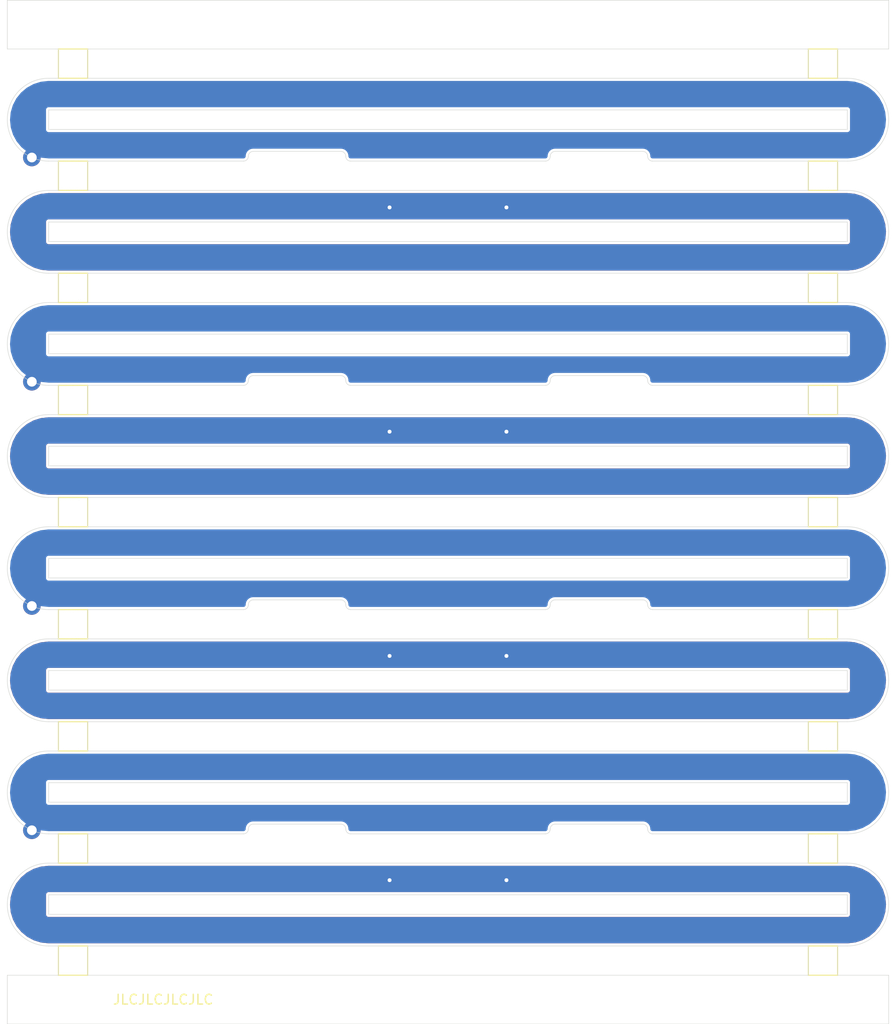
<source format=kicad_pcb>
(kicad_pcb (version 20171130) (host pcbnew "(5.1.10-1-10_14)")

  (general
    (thickness 1.6)
    (drawings 193)
    (tracks 20)
    (zones 0)
    (modules 34)
    (nets 2)
  )

  (page A4)
  (layers
    (0 F.Cu signal)
    (31 B.Cu signal)
    (32 B.Adhes user)
    (33 F.Adhes user)
    (34 B.Paste user)
    (35 F.Paste user)
    (36 B.SilkS user)
    (37 F.SilkS user)
    (38 B.Mask user)
    (39 F.Mask user)
    (40 Dwgs.User user)
    (41 Cmts.User user)
    (42 Eco1.User user)
    (43 Eco2.User user)
    (44 Edge.Cuts user)
    (45 Margin user)
    (46 B.CrtYd user hide)
    (47 F.CrtYd user hide)
    (48 B.Fab user hide)
    (49 F.Fab user hide)
  )

  (setup
    (last_trace_width 0.25)
    (trace_clearance 0.2)
    (zone_clearance 0.25)
    (zone_45_only no)
    (trace_min 0.2)
    (via_size 0.8)
    (via_drill 0.4)
    (via_min_size 0.4)
    (via_min_drill 0.3)
    (uvia_size 0.3)
    (uvia_drill 0.1)
    (uvias_allowed no)
    (uvia_min_size 0.2)
    (uvia_min_drill 0.1)
    (edge_width 0.05)
    (segment_width 0.2)
    (pcb_text_width 0.3)
    (pcb_text_size 1.5 1.5)
    (mod_edge_width 0.12)
    (mod_text_size 1 1)
    (mod_text_width 0.15)
    (pad_size 1.524 1.524)
    (pad_drill 0.762)
    (pad_to_mask_clearance 0)
    (aux_axis_origin 0 0)
    (visible_elements FFFFF77F)
    (pcbplotparams
      (layerselection 0x010fc_ffffffff)
      (usegerberextensions false)
      (usegerberattributes true)
      (usegerberadvancedattributes true)
      (creategerberjobfile true)
      (excludeedgelayer true)
      (linewidth 0.100000)
      (plotframeref false)
      (viasonmask false)
      (mode 1)
      (useauxorigin false)
      (hpglpennumber 1)
      (hpglpenspeed 20)
      (hpglpendiameter 15.000000)
      (psnegative false)
      (psa4output false)
      (plotreference true)
      (plotvalue true)
      (plotinvisibletext false)
      (padsonsilk false)
      (subtractmaskfromsilk false)
      (outputformat 1)
      (mirror false)
      (drillshape 1)
      (scaleselection 1)
      (outputdirectory ""))
  )

  (net 0 "")
  (net 1 GND)

  (net_class Default "This is the default net class."
    (clearance 0.2)
    (trace_width 0.25)
    (via_dia 0.8)
    (via_drill 0.4)
    (uvia_dia 0.3)
    (uvia_drill 0.1)
    (add_net GND)
  )

  (module cycfi_library:mounting_hole_st1.9 (layer F.Cu) (tedit 60D9840B) (tstamp 611D6ADB)
    (at 125 35)
    (descr "Mounting Hole 2.1mm, no annular")
    (tags "mounting hole 2.1mm no annular")
    (attr virtual)
    (fp_text reference REF** (at 0 -3.2) (layer F.SilkS) hide
      (effects (font (size 1 1) (thickness 0.15)))
    )
    (fp_text value mounting_hole_st1.9 (at 0 3.2) (layer F.Fab)
      (effects (font (size 1 1) (thickness 0.15)))
    )
    (fp_circle (center 0 0) (end 1.6 0) (layer F.CrtYd) (width 0.05))
    (fp_text user %R (at 0.3 0) (layer F.Fab)
      (effects (font (size 1 1) (thickness 0.15)))
    )
    (pad "" np_thru_hole circle (at 0 0) (size 2 2) (drill 2) (layers *.Cu *.Mask))
  )

  (module cycfi_library:mounting_hole_st1.9 (layer F.Cu) (tedit 60D9840B) (tstamp 611D6AD2)
    (at 48 35)
    (descr "Mounting Hole 2.1mm, no annular")
    (tags "mounting hole 2.1mm no annular")
    (attr virtual)
    (fp_text reference REF** (at 0 -3.2) (layer F.SilkS) hide
      (effects (font (size 1 1) (thickness 0.15)))
    )
    (fp_text value mounting_hole_st1.9 (at 0 3.2) (layer F.Fab)
      (effects (font (size 1 1) (thickness 0.15)))
    )
    (fp_circle (center 0 0) (end 1.6 0) (layer F.CrtYd) (width 0.05))
    (fp_text user %R (at 0.3 0) (layer F.Fab)
      (effects (font (size 1 1) (thickness 0.15)))
    )
    (pad "" np_thru_hole circle (at 0 0) (size 2 2) (drill 2) (layers *.Cu *.Mask))
  )

  (module cycfi_library:mounting_hole_st1.9 (layer F.Cu) (tedit 60D9840B) (tstamp 611D6A86)
    (at 125 135)
    (descr "Mounting Hole 2.1mm, no annular")
    (tags "mounting hole 2.1mm no annular")
    (attr virtual)
    (fp_text reference REF** (at 0 -3.2) (layer F.SilkS) hide
      (effects (font (size 1 1) (thickness 0.15)))
    )
    (fp_text value mounting_hole_st1.9 (at 0 3.2) (layer F.Fab)
      (effects (font (size 1 1) (thickness 0.15)))
    )
    (fp_circle (center 0 0) (end 1.6 0) (layer F.CrtYd) (width 0.05))
    (fp_text user %R (at 0.3 0) (layer F.Fab)
      (effects (font (size 1 1) (thickness 0.15)))
    )
    (pad "" np_thru_hole circle (at 0 0) (size 2 2) (drill 2) (layers *.Cu *.Mask))
  )

  (module cycfi_library:mounting_hole_st1.9 (layer F.Cu) (tedit 60D9840B) (tstamp 611D6A7D)
    (at 48 135)
    (descr "Mounting Hole 2.1mm, no annular")
    (tags "mounting hole 2.1mm no annular")
    (attr virtual)
    (fp_text reference REF** (at 0 -3.2) (layer F.SilkS) hide
      (effects (font (size 1 1) (thickness 0.15)))
    )
    (fp_text value mounting_hole_st1.9 (at 0 3.2) (layer F.Fab)
      (effects (font (size 1 1) (thickness 0.15)))
    )
    (fp_circle (center 0 0) (end 1.6 0) (layer F.CrtYd) (width 0.05))
    (fp_text user %R (at 0.3 0) (layer F.Fab)
      (effects (font (size 1 1) (thickness 0.15)))
    )
    (pad "" np_thru_hole circle (at 0 0) (size 2 2) (drill 2) (layers *.Cu *.Mask))
  )

  (module cycfi_library:mouse-bite-3mm-slot-one-side (layer F.Cu) (tedit 611CD536) (tstamp 611D68F4)
    (at 48 131 180)
    (fp_text reference mouse-bite-3mm-slot (at 0 -3) (layer F.SilkS) hide
      (effects (font (size 1 1) (thickness 0.2)))
    )
    (fp_text value VAL** (at 0 3) (layer F.SilkS) hide
      (effects (font (size 1 1) (thickness 0.2)))
    )
    (fp_line (start -1.5 -1.5) (end 1.5 -1.5) (layer F.SilkS) (width 0.12))
    (fp_line (start -1.5 1.5) (end -1.5 -1.5) (layer F.SilkS) (width 0.12))
    (fp_line (start 1.5 1.5) (end -1.5 1.5) (layer F.SilkS) (width 0.12))
    (fp_line (start 1.5 -1.5) (end 1.5 1.5) (layer F.SilkS) (width 0.12))
    (pad "" np_thru_hole circle (at 0.75 1.15 180) (size 0.5 0.5) (drill 0.5) (layers *.Cu *.Mask))
    (pad "" np_thru_hole circle (at -0.75 1.15 180) (size 0.5 0.5) (drill 0.5) (layers *.Cu *.Mask))
    (pad "" np_thru_hole circle (at 0 1.15 180) (size 0.5 0.5) (drill 0.5) (layers *.Cu *.Mask))
  )

  (module cycfi_library:mouse-bite-3mm-slot-one-side (layer F.Cu) (tedit 611CD536) (tstamp 611D68D1)
    (at 125 131 180)
    (fp_text reference mouse-bite-3mm-slot (at 0 -3) (layer F.SilkS) hide
      (effects (font (size 1 1) (thickness 0.2)))
    )
    (fp_text value VAL** (at 0 3) (layer F.SilkS) hide
      (effects (font (size 1 1) (thickness 0.2)))
    )
    (fp_line (start 1.5 -1.5) (end 1.5 1.5) (layer F.SilkS) (width 0.12))
    (fp_line (start 1.5 1.5) (end -1.5 1.5) (layer F.SilkS) (width 0.12))
    (fp_line (start -1.5 1.5) (end -1.5 -1.5) (layer F.SilkS) (width 0.12))
    (fp_line (start -1.5 -1.5) (end 1.5 -1.5) (layer F.SilkS) (width 0.12))
    (pad "" np_thru_hole circle (at 0 1.15 180) (size 0.5 0.5) (drill 0.5) (layers *.Cu *.Mask))
    (pad "" np_thru_hole circle (at -0.75 1.15 180) (size 0.5 0.5) (drill 0.5) (layers *.Cu *.Mask))
    (pad "" np_thru_hole circle (at 0.75 1.15 180) (size 0.5 0.5) (drill 0.5) (layers *.Cu *.Mask))
  )

  (module cycfi_library:mouse-bite-3mm-slot-one-side (layer F.Cu) (tedit 611CD536) (tstamp 611D68BD)
    (at 125 39)
    (fp_text reference mouse-bite-3mm-slot (at 0 -3) (layer F.SilkS) hide
      (effects (font (size 1 1) (thickness 0.2)))
    )
    (fp_text value VAL** (at 0 3) (layer F.SilkS) hide
      (effects (font (size 1 1) (thickness 0.2)))
    )
    (fp_line (start -1.5 -1.5) (end 1.5 -1.5) (layer F.SilkS) (width 0.12))
    (fp_line (start -1.5 1.5) (end -1.5 -1.5) (layer F.SilkS) (width 0.12))
    (fp_line (start 1.5 1.5) (end -1.5 1.5) (layer F.SilkS) (width 0.12))
    (fp_line (start 1.5 -1.5) (end 1.5 1.5) (layer F.SilkS) (width 0.12))
    (pad "" np_thru_hole circle (at 0.75 1.15) (size 0.5 0.5) (drill 0.5) (layers *.Cu *.Mask))
    (pad "" np_thru_hole circle (at -0.75 1.15) (size 0.5 0.5) (drill 0.5) (layers *.Cu *.Mask))
    (pad "" np_thru_hole circle (at 0 1.15) (size 0.5 0.5) (drill 0.5) (layers *.Cu *.Mask))
  )

  (module cycfi_library:mouse-bite-3mm-slot-one-side (layer F.Cu) (tedit 611CD536) (tstamp 611D68BB)
    (at 48 39)
    (fp_text reference mouse-bite-3mm-slot (at 0 -3) (layer F.SilkS) hide
      (effects (font (size 1 1) (thickness 0.2)))
    )
    (fp_text value VAL** (at 0 3) (layer F.SilkS) hide
      (effects (font (size 1 1) (thickness 0.2)))
    )
    (fp_line (start 1.5 -1.5) (end 1.5 1.5) (layer F.SilkS) (width 0.12))
    (fp_line (start 1.5 1.5) (end -1.5 1.5) (layer F.SilkS) (width 0.12))
    (fp_line (start -1.5 1.5) (end -1.5 -1.5) (layer F.SilkS) (width 0.12))
    (fp_line (start -1.5 -1.5) (end 1.5 -1.5) (layer F.SilkS) (width 0.12))
    (pad "" np_thru_hole circle (at 0 1.15) (size 0.5 0.5) (drill 0.5) (layers *.Cu *.Mask))
    (pad "" np_thru_hole circle (at -0.75 1.15) (size 0.5 0.5) (drill 0.5) (layers *.Cu *.Mask))
    (pad "" np_thru_hole circle (at 0.75 1.15) (size 0.5 0.5) (drill 0.5) (layers *.Cu *.Mask))
  )

  (module cycfi_library:single-pad-10x2 (layer B.Cu) (tedit 6116436B) (tstamp 611D6769)
    (at 86.5 111.15)
    (path /60D8FEDB)
    (fp_text reference H4 (at 3 -0.6) (layer B.SilkS) hide
      (effects (font (size 1 1) (thickness 0.15)) (justify mirror))
    )
    (fp_text value "Core GND" (at 0 2.54) (layer B.Fab)
      (effects (font (size 1 1) (thickness 0.15)) (justify mirror))
    )
    (pad 1 smd rect (at 0 0) (size 10 2) (layers B.Cu B.Paste B.Mask)
      (net 1 GND))
  )

  (module cycfi_library:single-pad-10x2 (layer B.Cu) (tedit 6116436B) (tstamp 611D6761)
    (at 86.5 88.15)
    (path /60D8FEDB)
    (fp_text reference H4 (at 3 -0.6) (layer B.SilkS) hide
      (effects (font (size 1 1) (thickness 0.15)) (justify mirror))
    )
    (fp_text value "Core GND" (at 0 2.54) (layer B.Fab)
      (effects (font (size 1 1) (thickness 0.15)) (justify mirror))
    )
    (pad 1 smd rect (at 0 0) (size 10 2) (layers B.Cu B.Paste B.Mask)
      (net 1 GND))
  )

  (module cycfi_library:single-pad-10x2 (layer B.Cu) (tedit 6116436B) (tstamp 611D6759)
    (at 86.5 65.15)
    (path /60D8FEDB)
    (fp_text reference H4 (at 3 -0.6) (layer B.SilkS) hide
      (effects (font (size 1 1) (thickness 0.15)) (justify mirror))
    )
    (fp_text value "Core GND" (at 0 2.54) (layer B.Fab)
      (effects (font (size 1 1) (thickness 0.15)) (justify mirror))
    )
    (pad 1 smd rect (at 0 0) (size 10 2) (layers B.Cu B.Paste B.Mask)
      (net 1 GND))
  )

  (module cycfi_library:mouse-bite-3mm-slot (layer F.Cu) (tedit 611CB181) (tstamp 611D672D)
    (at 48 119.5)
    (fp_text reference mouse-bite-3mm-slot (at 0 -3) (layer F.SilkS) hide
      (effects (font (size 1 1) (thickness 0.2)))
    )
    (fp_text value VAL** (at 0 3) (layer F.SilkS) hide
      (effects (font (size 1 1) (thickness 0.2)))
    )
    (fp_line (start 1.5 -1.5) (end 1.5 1.5) (layer F.SilkS) (width 0.12))
    (fp_line (start 1.5 1.5) (end -1.5 1.5) (layer F.SilkS) (width 0.12))
    (fp_line (start -1.5 1.5) (end -1.5 -1.5) (layer F.SilkS) (width 0.12))
    (fp_line (start -1.5 -1.5) (end 1.5 -1.5) (layer F.SilkS) (width 0.12))
    (pad "" np_thru_hole circle (at 0.75 1.15) (size 0.5 0.5) (drill 0.5) (layers *.Cu *.Mask))
    (pad "" np_thru_hole circle (at -0.75 1.15) (size 0.5 0.5) (drill 0.5) (layers *.Cu *.Mask))
    (pad "" np_thru_hole circle (at -0.75 -1.15) (size 0.5 0.5) (drill 0.5) (layers *.Cu *.Mask))
    (pad "" np_thru_hole circle (at 0.75 -1.15) (size 0.5 0.5) (drill 0.5) (layers *.Cu *.Mask))
    (pad "" np_thru_hole circle (at 0 1.15) (size 0.5 0.5) (drill 0.5) (layers *.Cu *.Mask))
    (pad "" np_thru_hole circle (at 0 -1.15) (size 0.5 0.5) (drill 0.5) (layers *.Cu *.Mask))
  )

  (module cycfi_library:mouse-bite-3mm-slot (layer F.Cu) (tedit 611CB181) (tstamp 611D6713)
    (at 48 96.5)
    (fp_text reference mouse-bite-3mm-slot (at 0 -3) (layer F.SilkS) hide
      (effects (font (size 1 1) (thickness 0.2)))
    )
    (fp_text value VAL** (at 0 3) (layer F.SilkS) hide
      (effects (font (size 1 1) (thickness 0.2)))
    )
    (fp_line (start 1.5 -1.5) (end 1.5 1.5) (layer F.SilkS) (width 0.12))
    (fp_line (start 1.5 1.5) (end -1.5 1.5) (layer F.SilkS) (width 0.12))
    (fp_line (start -1.5 1.5) (end -1.5 -1.5) (layer F.SilkS) (width 0.12))
    (fp_line (start -1.5 -1.5) (end 1.5 -1.5) (layer F.SilkS) (width 0.12))
    (pad "" np_thru_hole circle (at 0.75 1.15) (size 0.5 0.5) (drill 0.5) (layers *.Cu *.Mask))
    (pad "" np_thru_hole circle (at -0.75 1.15) (size 0.5 0.5) (drill 0.5) (layers *.Cu *.Mask))
    (pad "" np_thru_hole circle (at -0.75 -1.15) (size 0.5 0.5) (drill 0.5) (layers *.Cu *.Mask))
    (pad "" np_thru_hole circle (at 0.75 -1.15) (size 0.5 0.5) (drill 0.5) (layers *.Cu *.Mask))
    (pad "" np_thru_hole circle (at 0 1.15) (size 0.5 0.5) (drill 0.5) (layers *.Cu *.Mask))
    (pad "" np_thru_hole circle (at 0 -1.15) (size 0.5 0.5) (drill 0.5) (layers *.Cu *.Mask))
  )

  (module cycfi_library:mouse-bite-3mm-slot (layer F.Cu) (tedit 611CB181) (tstamp 611D66F9)
    (at 48 73.5)
    (fp_text reference mouse-bite-3mm-slot (at 0 -3) (layer F.SilkS) hide
      (effects (font (size 1 1) (thickness 0.2)))
    )
    (fp_text value VAL** (at 0 3) (layer F.SilkS) hide
      (effects (font (size 1 1) (thickness 0.2)))
    )
    (fp_line (start 1.5 -1.5) (end 1.5 1.5) (layer F.SilkS) (width 0.12))
    (fp_line (start 1.5 1.5) (end -1.5 1.5) (layer F.SilkS) (width 0.12))
    (fp_line (start -1.5 1.5) (end -1.5 -1.5) (layer F.SilkS) (width 0.12))
    (fp_line (start -1.5 -1.5) (end 1.5 -1.5) (layer F.SilkS) (width 0.12))
    (pad "" np_thru_hole circle (at 0.75 1.15) (size 0.5 0.5) (drill 0.5) (layers *.Cu *.Mask))
    (pad "" np_thru_hole circle (at -0.75 1.15) (size 0.5 0.5) (drill 0.5) (layers *.Cu *.Mask))
    (pad "" np_thru_hole circle (at -0.75 -1.15) (size 0.5 0.5) (drill 0.5) (layers *.Cu *.Mask))
    (pad "" np_thru_hole circle (at 0.75 -1.15) (size 0.5 0.5) (drill 0.5) (layers *.Cu *.Mask))
    (pad "" np_thru_hole circle (at 0 1.15) (size 0.5 0.5) (drill 0.5) (layers *.Cu *.Mask))
    (pad "" np_thru_hole circle (at 0 -1.15) (size 0.5 0.5) (drill 0.5) (layers *.Cu *.Mask))
  )

  (module cycfi_library:round-single-pad-1.8mm-th (layer F.Cu) (tedit 61163BBF) (tstamp 611D66E4)
    (at 43.77 117.63)
    (path /60D997A7)
    (fp_text reference H3 (at 2.73 -0.88) (layer F.SilkS) hide
      (effects (font (size 1 1) (thickness 0.15)))
    )
    (fp_text value single_pad_smd (at 0 -2.54) (layer F.Fab)
      (effects (font (size 1 1) (thickness 0.15)))
    )
    (pad 1 thru_hole circle (at 0 0) (size 1.8 1.8) (drill 1) (layers *.Cu *.Mask)
      (net 1 GND))
  )

  (module cycfi_library:round-single-pad-1.8mm-th (layer F.Cu) (tedit 61163BBF) (tstamp 611D66DC)
    (at 43.77 94.63)
    (path /60D997A7)
    (fp_text reference H3 (at 2.73 -0.88) (layer F.SilkS) hide
      (effects (font (size 1 1) (thickness 0.15)))
    )
    (fp_text value single_pad_smd (at 0 -2.54) (layer F.Fab)
      (effects (font (size 1 1) (thickness 0.15)))
    )
    (pad 1 thru_hole circle (at 0 0) (size 1.8 1.8) (drill 1) (layers *.Cu *.Mask)
      (net 1 GND))
  )

  (module cycfi_library:round-single-pad-1.8mm-th (layer F.Cu) (tedit 61163BBF) (tstamp 611D66D4)
    (at 43.77 71.63)
    (path /60D997A7)
    (fp_text reference H3 (at 2.73 -0.88) (layer F.SilkS) hide
      (effects (font (size 1 1) (thickness 0.15)))
    )
    (fp_text value single_pad_smd (at 0 -2.54) (layer F.Fab)
      (effects (font (size 1 1) (thickness 0.15)))
    )
    (pad 1 thru_hole circle (at 0 0) (size 1.8 1.8) (drill 1) (layers *.Cu *.Mask)
      (net 1 GND))
  )

  (module cycfi_library:mouse-bite-3mm-slot (layer F.Cu) (tedit 611CB181) (tstamp 611D66AF)
    (at 125 119.5)
    (fp_text reference mouse-bite-3mm-slot (at 0 -3) (layer F.SilkS) hide
      (effects (font (size 1 1) (thickness 0.2)))
    )
    (fp_text value VAL** (at 0 3) (layer F.SilkS) hide
      (effects (font (size 1 1) (thickness 0.2)))
    )
    (fp_line (start -1.5 -1.5) (end 1.5 -1.5) (layer F.SilkS) (width 0.12))
    (fp_line (start -1.5 1.5) (end -1.5 -1.5) (layer F.SilkS) (width 0.12))
    (fp_line (start 1.5 1.5) (end -1.5 1.5) (layer F.SilkS) (width 0.12))
    (fp_line (start 1.5 -1.5) (end 1.5 1.5) (layer F.SilkS) (width 0.12))
    (pad "" np_thru_hole circle (at 0 -1.15) (size 0.5 0.5) (drill 0.5) (layers *.Cu *.Mask))
    (pad "" np_thru_hole circle (at 0 1.15) (size 0.5 0.5) (drill 0.5) (layers *.Cu *.Mask))
    (pad "" np_thru_hole circle (at 0.75 -1.15) (size 0.5 0.5) (drill 0.5) (layers *.Cu *.Mask))
    (pad "" np_thru_hole circle (at -0.75 -1.15) (size 0.5 0.5) (drill 0.5) (layers *.Cu *.Mask))
    (pad "" np_thru_hole circle (at -0.75 1.15) (size 0.5 0.5) (drill 0.5) (layers *.Cu *.Mask))
    (pad "" np_thru_hole circle (at 0.75 1.15) (size 0.5 0.5) (drill 0.5) (layers *.Cu *.Mask))
  )

  (module cycfi_library:mouse-bite-3mm-slot (layer F.Cu) (tedit 611CB181) (tstamp 611D6695)
    (at 125 96.5)
    (fp_text reference mouse-bite-3mm-slot (at 0 -3) (layer F.SilkS) hide
      (effects (font (size 1 1) (thickness 0.2)))
    )
    (fp_text value VAL** (at 0 3) (layer F.SilkS) hide
      (effects (font (size 1 1) (thickness 0.2)))
    )
    (fp_line (start -1.5 -1.5) (end 1.5 -1.5) (layer F.SilkS) (width 0.12))
    (fp_line (start -1.5 1.5) (end -1.5 -1.5) (layer F.SilkS) (width 0.12))
    (fp_line (start 1.5 1.5) (end -1.5 1.5) (layer F.SilkS) (width 0.12))
    (fp_line (start 1.5 -1.5) (end 1.5 1.5) (layer F.SilkS) (width 0.12))
    (pad "" np_thru_hole circle (at 0 -1.15) (size 0.5 0.5) (drill 0.5) (layers *.Cu *.Mask))
    (pad "" np_thru_hole circle (at 0 1.15) (size 0.5 0.5) (drill 0.5) (layers *.Cu *.Mask))
    (pad "" np_thru_hole circle (at 0.75 -1.15) (size 0.5 0.5) (drill 0.5) (layers *.Cu *.Mask))
    (pad "" np_thru_hole circle (at -0.75 -1.15) (size 0.5 0.5) (drill 0.5) (layers *.Cu *.Mask))
    (pad "" np_thru_hole circle (at -0.75 1.15) (size 0.5 0.5) (drill 0.5) (layers *.Cu *.Mask))
    (pad "" np_thru_hole circle (at 0.75 1.15) (size 0.5 0.5) (drill 0.5) (layers *.Cu *.Mask))
  )

  (module cycfi_library:mouse-bite-3mm-slot (layer F.Cu) (tedit 611CB181) (tstamp 611D667B)
    (at 125 73.5)
    (fp_text reference mouse-bite-3mm-slot (at 0 -3) (layer F.SilkS) hide
      (effects (font (size 1 1) (thickness 0.2)))
    )
    (fp_text value VAL** (at 0 3) (layer F.SilkS) hide
      (effects (font (size 1 1) (thickness 0.2)))
    )
    (fp_line (start -1.5 -1.5) (end 1.5 -1.5) (layer F.SilkS) (width 0.12))
    (fp_line (start -1.5 1.5) (end -1.5 -1.5) (layer F.SilkS) (width 0.12))
    (fp_line (start 1.5 1.5) (end -1.5 1.5) (layer F.SilkS) (width 0.12))
    (fp_line (start 1.5 -1.5) (end 1.5 1.5) (layer F.SilkS) (width 0.12))
    (pad "" np_thru_hole circle (at 0 -1.15) (size 0.5 0.5) (drill 0.5) (layers *.Cu *.Mask))
    (pad "" np_thru_hole circle (at 0 1.15) (size 0.5 0.5) (drill 0.5) (layers *.Cu *.Mask))
    (pad "" np_thru_hole circle (at 0.75 -1.15) (size 0.5 0.5) (drill 0.5) (layers *.Cu *.Mask))
    (pad "" np_thru_hole circle (at -0.75 -1.15) (size 0.5 0.5) (drill 0.5) (layers *.Cu *.Mask))
    (pad "" np_thru_hole circle (at -0.75 1.15) (size 0.5 0.5) (drill 0.5) (layers *.Cu *.Mask))
    (pad "" np_thru_hole circle (at 0.75 1.15) (size 0.5 0.5) (drill 0.5) (layers *.Cu *.Mask))
  )

  (module cycfi_library:mouse-bite-3mm-slot (layer F.Cu) (tedit 611CB181) (tstamp 611D65E6)
    (at 125 108)
    (fp_text reference mouse-bite-3mm-slot (at 0 -3) (layer F.SilkS) hide
      (effects (font (size 1 1) (thickness 0.2)))
    )
    (fp_text value VAL** (at 0 3) (layer F.SilkS) hide
      (effects (font (size 1 1) (thickness 0.2)))
    )
    (fp_line (start 1.5 -1.5) (end 1.5 1.5) (layer F.SilkS) (width 0.12))
    (fp_line (start 1.5 1.5) (end -1.5 1.5) (layer F.SilkS) (width 0.12))
    (fp_line (start -1.5 1.5) (end -1.5 -1.5) (layer F.SilkS) (width 0.12))
    (fp_line (start -1.5 -1.5) (end 1.5 -1.5) (layer F.SilkS) (width 0.12))
    (pad "" np_thru_hole circle (at 0.75 1.15) (size 0.5 0.5) (drill 0.5) (layers *.Cu *.Mask))
    (pad "" np_thru_hole circle (at -0.75 1.15) (size 0.5 0.5) (drill 0.5) (layers *.Cu *.Mask))
    (pad "" np_thru_hole circle (at -0.75 -1.15) (size 0.5 0.5) (drill 0.5) (layers *.Cu *.Mask))
    (pad "" np_thru_hole circle (at 0.75 -1.15) (size 0.5 0.5) (drill 0.5) (layers *.Cu *.Mask))
    (pad "" np_thru_hole circle (at 0 1.15) (size 0.5 0.5) (drill 0.5) (layers *.Cu *.Mask))
    (pad "" np_thru_hole circle (at 0 -1.15) (size 0.5 0.5) (drill 0.5) (layers *.Cu *.Mask))
  )

  (module cycfi_library:mouse-bite-3mm-slot (layer F.Cu) (tedit 611CB181) (tstamp 611D65CC)
    (at 125 85)
    (fp_text reference mouse-bite-3mm-slot (at 0 -3) (layer F.SilkS) hide
      (effects (font (size 1 1) (thickness 0.2)))
    )
    (fp_text value VAL** (at 0 3) (layer F.SilkS) hide
      (effects (font (size 1 1) (thickness 0.2)))
    )
    (fp_line (start 1.5 -1.5) (end 1.5 1.5) (layer F.SilkS) (width 0.12))
    (fp_line (start 1.5 1.5) (end -1.5 1.5) (layer F.SilkS) (width 0.12))
    (fp_line (start -1.5 1.5) (end -1.5 -1.5) (layer F.SilkS) (width 0.12))
    (fp_line (start -1.5 -1.5) (end 1.5 -1.5) (layer F.SilkS) (width 0.12))
    (pad "" np_thru_hole circle (at 0.75 1.15) (size 0.5 0.5) (drill 0.5) (layers *.Cu *.Mask))
    (pad "" np_thru_hole circle (at -0.75 1.15) (size 0.5 0.5) (drill 0.5) (layers *.Cu *.Mask))
    (pad "" np_thru_hole circle (at -0.75 -1.15) (size 0.5 0.5) (drill 0.5) (layers *.Cu *.Mask))
    (pad "" np_thru_hole circle (at 0.75 -1.15) (size 0.5 0.5) (drill 0.5) (layers *.Cu *.Mask))
    (pad "" np_thru_hole circle (at 0 1.15) (size 0.5 0.5) (drill 0.5) (layers *.Cu *.Mask))
    (pad "" np_thru_hole circle (at 0 -1.15) (size 0.5 0.5) (drill 0.5) (layers *.Cu *.Mask))
  )

  (module cycfi_library:mouse-bite-3mm-slot (layer F.Cu) (tedit 611CB181) (tstamp 611D657D)
    (at 48 108)
    (fp_text reference mouse-bite-3mm-slot (at 0 -3) (layer F.SilkS) hide
      (effects (font (size 1 1) (thickness 0.2)))
    )
    (fp_text value VAL** (at 0 3) (layer F.SilkS) hide
      (effects (font (size 1 1) (thickness 0.2)))
    )
    (fp_line (start -1.5 -1.5) (end 1.5 -1.5) (layer F.SilkS) (width 0.12))
    (fp_line (start -1.5 1.5) (end -1.5 -1.5) (layer F.SilkS) (width 0.12))
    (fp_line (start 1.5 1.5) (end -1.5 1.5) (layer F.SilkS) (width 0.12))
    (fp_line (start 1.5 -1.5) (end 1.5 1.5) (layer F.SilkS) (width 0.12))
    (pad "" np_thru_hole circle (at 0 -1.15) (size 0.5 0.5) (drill 0.5) (layers *.Cu *.Mask))
    (pad "" np_thru_hole circle (at 0 1.15) (size 0.5 0.5) (drill 0.5) (layers *.Cu *.Mask))
    (pad "" np_thru_hole circle (at 0.75 -1.15) (size 0.5 0.5) (drill 0.5) (layers *.Cu *.Mask))
    (pad "" np_thru_hole circle (at -0.75 -1.15) (size 0.5 0.5) (drill 0.5) (layers *.Cu *.Mask))
    (pad "" np_thru_hole circle (at -0.75 1.15) (size 0.5 0.5) (drill 0.5) (layers *.Cu *.Mask))
    (pad "" np_thru_hole circle (at 0.75 1.15) (size 0.5 0.5) (drill 0.5) (layers *.Cu *.Mask))
  )

  (module cycfi_library:mouse-bite-3mm-slot (layer F.Cu) (tedit 611CB181) (tstamp 611D6563)
    (at 48 85)
    (fp_text reference mouse-bite-3mm-slot (at 0 -3) (layer F.SilkS) hide
      (effects (font (size 1 1) (thickness 0.2)))
    )
    (fp_text value VAL** (at 0 3) (layer F.SilkS) hide
      (effects (font (size 1 1) (thickness 0.2)))
    )
    (fp_line (start -1.5 -1.5) (end 1.5 -1.5) (layer F.SilkS) (width 0.12))
    (fp_line (start -1.5 1.5) (end -1.5 -1.5) (layer F.SilkS) (width 0.12))
    (fp_line (start 1.5 1.5) (end -1.5 1.5) (layer F.SilkS) (width 0.12))
    (fp_line (start 1.5 -1.5) (end 1.5 1.5) (layer F.SilkS) (width 0.12))
    (pad "" np_thru_hole circle (at 0 -1.15) (size 0.5 0.5) (drill 0.5) (layers *.Cu *.Mask))
    (pad "" np_thru_hole circle (at 0 1.15) (size 0.5 0.5) (drill 0.5) (layers *.Cu *.Mask))
    (pad "" np_thru_hole circle (at 0.75 -1.15) (size 0.5 0.5) (drill 0.5) (layers *.Cu *.Mask))
    (pad "" np_thru_hole circle (at -0.75 -1.15) (size 0.5 0.5) (drill 0.5) (layers *.Cu *.Mask))
    (pad "" np_thru_hole circle (at -0.75 1.15) (size 0.5 0.5) (drill 0.5) (layers *.Cu *.Mask))
    (pad "" np_thru_hole circle (at 0.75 1.15) (size 0.5 0.5) (drill 0.5) (layers *.Cu *.Mask))
  )

  (module cycfi_library:single-pad-10x2 (layer F.Cu) (tedit 6116436B) (tstamp 611D6501)
    (at 86.5 122.65)
    (path /60D997A7)
    (fp_text reference H3 (at 6.5 0.1) (layer F.SilkS) hide
      (effects (font (size 1 1) (thickness 0.15)))
    )
    (fp_text value single_pad_smd (at 0 -2.54) (layer F.Fab)
      (effects (font (size 1 1) (thickness 0.15)))
    )
    (pad 1 smd rect (at 0 0) (size 10 2) (layers F.Cu F.Paste F.Mask)
      (net 1 GND))
  )

  (module cycfi_library:single-pad-10x2 (layer F.Cu) (tedit 6116436B) (tstamp 611D64F9)
    (at 86.5 99.65)
    (path /60D997A7)
    (fp_text reference H3 (at 6.5 0.1) (layer F.SilkS) hide
      (effects (font (size 1 1) (thickness 0.15)))
    )
    (fp_text value single_pad_smd (at 0 -2.54) (layer F.Fab)
      (effects (font (size 1 1) (thickness 0.15)))
    )
    (pad 1 smd rect (at 0 0) (size 10 2) (layers F.Cu F.Paste F.Mask)
      (net 1 GND))
  )

  (module cycfi_library:single-pad-10x2 (layer F.Cu) (tedit 6116436B) (tstamp 611D64F1)
    (at 86.5 76.65)
    (path /60D997A7)
    (fp_text reference H3 (at 6.5 0.1) (layer F.SilkS) hide
      (effects (font (size 1 1) (thickness 0.15)))
    )
    (fp_text value single_pad_smd (at 0 -2.54) (layer F.Fab)
      (effects (font (size 1 1) (thickness 0.15)))
    )
    (pad 1 smd rect (at 0 0) (size 10 2) (layers F.Cu F.Paste F.Mask)
      (net 1 GND))
  )

  (module cycfi_library:mouse-bite-3mm-slot (layer F.Cu) (tedit 611CB181) (tstamp 611D642F)
    (at 125 62)
    (fp_text reference mouse-bite-3mm-slot (at 0 -3) (layer F.SilkS) hide
      (effects (font (size 1 1) (thickness 0.2)))
    )
    (fp_text value VAL** (at 0 3) (layer F.SilkS) hide
      (effects (font (size 1 1) (thickness 0.2)))
    )
    (fp_line (start -1.5 -1.5) (end 1.5 -1.5) (layer F.SilkS) (width 0.12))
    (fp_line (start -1.5 1.5) (end -1.5 -1.5) (layer F.SilkS) (width 0.12))
    (fp_line (start 1.5 1.5) (end -1.5 1.5) (layer F.SilkS) (width 0.12))
    (fp_line (start 1.5 -1.5) (end 1.5 1.5) (layer F.SilkS) (width 0.12))
    (pad "" np_thru_hole circle (at 0 -1.15) (size 0.5 0.5) (drill 0.5) (layers *.Cu *.Mask))
    (pad "" np_thru_hole circle (at 0 1.15) (size 0.5 0.5) (drill 0.5) (layers *.Cu *.Mask))
    (pad "" np_thru_hole circle (at 0.75 -1.15) (size 0.5 0.5) (drill 0.5) (layers *.Cu *.Mask))
    (pad "" np_thru_hole circle (at -0.75 -1.15) (size 0.5 0.5) (drill 0.5) (layers *.Cu *.Mask))
    (pad "" np_thru_hole circle (at -0.75 1.15) (size 0.5 0.5) (drill 0.5) (layers *.Cu *.Mask))
    (pad "" np_thru_hole circle (at 0.75 1.15) (size 0.5 0.5) (drill 0.5) (layers *.Cu *.Mask))
  )

  (module cycfi_library:mouse-bite-3mm-slot (layer F.Cu) (tedit 611CB181) (tstamp 611D6415)
    (at 48 62)
    (fp_text reference mouse-bite-3mm-slot (at 0 -3) (layer F.SilkS) hide
      (effects (font (size 1 1) (thickness 0.2)))
    )
    (fp_text value VAL** (at 0 3) (layer F.SilkS) hide
      (effects (font (size 1 1) (thickness 0.2)))
    )
    (fp_line (start 1.5 -1.5) (end 1.5 1.5) (layer F.SilkS) (width 0.12))
    (fp_line (start 1.5 1.5) (end -1.5 1.5) (layer F.SilkS) (width 0.12))
    (fp_line (start -1.5 1.5) (end -1.5 -1.5) (layer F.SilkS) (width 0.12))
    (fp_line (start -1.5 -1.5) (end 1.5 -1.5) (layer F.SilkS) (width 0.12))
    (pad "" np_thru_hole circle (at 0.75 1.15) (size 0.5 0.5) (drill 0.5) (layers *.Cu *.Mask))
    (pad "" np_thru_hole circle (at -0.75 1.15) (size 0.5 0.5) (drill 0.5) (layers *.Cu *.Mask))
    (pad "" np_thru_hole circle (at -0.75 -1.15) (size 0.5 0.5) (drill 0.5) (layers *.Cu *.Mask))
    (pad "" np_thru_hole circle (at 0.75 -1.15) (size 0.5 0.5) (drill 0.5) (layers *.Cu *.Mask))
    (pad "" np_thru_hole circle (at 0 1.15) (size 0.5 0.5) (drill 0.5) (layers *.Cu *.Mask))
    (pad "" np_thru_hole circle (at 0 -1.15) (size 0.5 0.5) (drill 0.5) (layers *.Cu *.Mask))
  )

  (module cycfi_library:mouse-bite-3mm-slot (layer F.Cu) (tedit 611CB181) (tstamp 611D6377)
    (at 125 50.5)
    (fp_text reference mouse-bite-3mm-slot (at 0 -3) (layer F.SilkS) hide
      (effects (font (size 1 1) (thickness 0.2)))
    )
    (fp_text value VAL** (at 0 3) (layer F.SilkS) hide
      (effects (font (size 1 1) (thickness 0.2)))
    )
    (fp_line (start 1.5 -1.5) (end 1.5 1.5) (layer F.SilkS) (width 0.12))
    (fp_line (start 1.5 1.5) (end -1.5 1.5) (layer F.SilkS) (width 0.12))
    (fp_line (start -1.5 1.5) (end -1.5 -1.5) (layer F.SilkS) (width 0.12))
    (fp_line (start -1.5 -1.5) (end 1.5 -1.5) (layer F.SilkS) (width 0.12))
    (pad "" np_thru_hole circle (at 0.75 1.15) (size 0.5 0.5) (drill 0.5) (layers *.Cu *.Mask))
    (pad "" np_thru_hole circle (at -0.75 1.15) (size 0.5 0.5) (drill 0.5) (layers *.Cu *.Mask))
    (pad "" np_thru_hole circle (at -0.75 -1.15) (size 0.5 0.5) (drill 0.5) (layers *.Cu *.Mask))
    (pad "" np_thru_hole circle (at 0.75 -1.15) (size 0.5 0.5) (drill 0.5) (layers *.Cu *.Mask))
    (pad "" np_thru_hole circle (at 0 1.15) (size 0.5 0.5) (drill 0.5) (layers *.Cu *.Mask))
    (pad "" np_thru_hole circle (at 0 -1.15) (size 0.5 0.5) (drill 0.5) (layers *.Cu *.Mask))
  )

  (module cycfi_library:mouse-bite-3mm-slot (layer F.Cu) (tedit 611CB181) (tstamp 611D6327)
    (at 48 50.5)
    (fp_text reference mouse-bite-3mm-slot (at 0 -3) (layer F.SilkS) hide
      (effects (font (size 1 1) (thickness 0.2)))
    )
    (fp_text value VAL** (at 0 3) (layer F.SilkS) hide
      (effects (font (size 1 1) (thickness 0.2)))
    )
    (fp_line (start -1.5 -1.5) (end 1.5 -1.5) (layer F.SilkS) (width 0.12))
    (fp_line (start -1.5 1.5) (end -1.5 -1.5) (layer F.SilkS) (width 0.12))
    (fp_line (start 1.5 1.5) (end -1.5 1.5) (layer F.SilkS) (width 0.12))
    (fp_line (start 1.5 -1.5) (end 1.5 1.5) (layer F.SilkS) (width 0.12))
    (pad "" np_thru_hole circle (at 0 -1.15) (size 0.5 0.5) (drill 0.5) (layers *.Cu *.Mask))
    (pad "" np_thru_hole circle (at 0 1.15) (size 0.5 0.5) (drill 0.5) (layers *.Cu *.Mask))
    (pad "" np_thru_hole circle (at 0.75 -1.15) (size 0.5 0.5) (drill 0.5) (layers *.Cu *.Mask))
    (pad "" np_thru_hole circle (at -0.75 -1.15) (size 0.5 0.5) (drill 0.5) (layers *.Cu *.Mask))
    (pad "" np_thru_hole circle (at -0.75 1.15) (size 0.5 0.5) (drill 0.5) (layers *.Cu *.Mask))
    (pad "" np_thru_hole circle (at 0.75 1.15) (size 0.5 0.5) (drill 0.5) (layers *.Cu *.Mask))
  )

  (module cycfi_library:round-single-pad-1.8mm-th (layer F.Cu) (tedit 61163BBF) (tstamp 6116A72E)
    (at 43.77 48.63)
    (path /60D997A7)
    (fp_text reference H3 (at 2.73 -0.88) (layer F.SilkS) hide
      (effects (font (size 1 1) (thickness 0.15)))
    )
    (fp_text value single_pad_smd (at 0 -2.54) (layer F.Fab)
      (effects (font (size 1 1) (thickness 0.15)))
    )
    (pad 1 thru_hole circle (at 0 0) (size 1.8 1.8) (drill 1) (layers *.Cu *.Mask)
      (net 1 GND))
  )

  (module cycfi_library:single-pad-10x2 (layer B.Cu) (tedit 6116436B) (tstamp 6116A015)
    (at 86.5 42.15)
    (path /60D8FEDB)
    (fp_text reference H4 (at 3 -0.6) (layer B.SilkS) hide
      (effects (font (size 1 1) (thickness 0.15)) (justify mirror))
    )
    (fp_text value "Core GND" (at 0 2.54) (layer B.Fab)
      (effects (font (size 1 1) (thickness 0.15)) (justify mirror))
    )
    (pad 1 smd rect (at 0 0) (size 10 2) (layers B.Cu B.Paste B.Mask)
      (net 1 GND))
  )

  (module cycfi_library:single-pad-10x2 (layer F.Cu) (tedit 6116436B) (tstamp 61164EF9)
    (at 86.5 53.65)
    (path /60D997A7)
    (fp_text reference H3 (at 6.5 0.1) (layer F.SilkS) hide
      (effects (font (size 1 1) (thickness 0.15)))
    )
    (fp_text value single_pad_smd (at 0 -2.54) (layer F.Fab)
      (effects (font (size 1 1) (thickness 0.15)))
    )
    (pad 1 smd rect (at 0 0) (size 10 2) (layers F.Cu F.Paste F.Mask)
      (net 1 GND))
  )

  (gr_text JLCJLCJLCJLC (at 57.25 135) (layer F.SilkS)
    (effects (font (size 1 1) (thickness 0.15)))
  )
  (gr_line (start 49.5 37.5) (end 49.5 40.5) (layer Edge.Cuts) (width 0.05) (tstamp 611D6AA1))
  (gr_line (start 123.5 37.5) (end 49.5 37.5) (layer Edge.Cuts) (width 0.05))
  (gr_line (start 123.5 40.5) (end 123.5 37.5) (layer Edge.Cuts) (width 0.05))
  (gr_line (start 126.5 37.5) (end 126.5 40.5) (layer Edge.Cuts) (width 0.05) (tstamp 611D6AA0))
  (gr_line (start 131.75 37.5) (end 126.5 37.5) (layer Edge.Cuts) (width 0.05))
  (gr_line (start 131.75 32.5) (end 131.75 37.5) (layer Edge.Cuts) (width 0.05))
  (gr_line (start 41.25 32.5) (end 131.75 32.5) (layer Edge.Cuts) (width 0.05))
  (gr_line (start 41.25 37.5) (end 41.25 32.5) (layer Edge.Cuts) (width 0.05))
  (gr_line (start 46.5 37.5) (end 41.25 37.5) (layer Edge.Cuts) (width 0.05))
  (gr_line (start 46.5 40.5) (end 46.5 37.5) (layer Edge.Cuts) (width 0.05))
  (gr_line (start 123.5 132.5) (end 49.5 132.5) (layer Edge.Cuts) (width 0.05) (tstamp 611D6915))
  (gr_line (start 131.75 132.5) (end 126.5 132.5) (layer Edge.Cuts) (width 0.05) (tstamp 611D6914))
  (gr_line (start 131.75 137.5) (end 131.75 132.5) (layer Edge.Cuts) (width 0.05))
  (gr_line (start 41.25 137.5) (end 131.75 137.5) (layer Edge.Cuts) (width 0.05))
  (gr_line (start 41.25 132.5) (end 41.25 137.5) (layer Edge.Cuts) (width 0.05))
  (gr_line (start 46.5 132.5) (end 41.25 132.5) (layer Edge.Cuts) (width 0.05))
  (gr_line (start 45.5 112.75) (end 45.5 114.75) (layer Edge.Cuts) (width 0.05) (tstamp 611D677D))
  (gr_line (start 45.5 89.75) (end 45.5 91.75) (layer Edge.Cuts) (width 0.05) (tstamp 611D677B))
  (gr_line (start 45.5 66.75) (end 45.5 68.75) (layer Edge.Cuts) (width 0.05) (tstamp 611D6779))
  (gr_line (start 45.5 112.75) (end 127.5 112.75) (layer Edge.Cuts) (width 0.05) (tstamp 611D6776))
  (gr_line (start 45.5 89.75) (end 127.5 89.75) (layer Edge.Cuts) (width 0.05) (tstamp 611D6774))
  (gr_line (start 45.5 66.75) (end 127.5 66.75) (layer Edge.Cuts) (width 0.05) (tstamp 611D6772))
  (gr_arc (start 45.5 113.75) (end 45.5 109.5) (angle -180) (layer Edge.Cuts) (width 0.05) (tstamp 611D6753))
  (gr_arc (start 45.5 90.75) (end 45.5 86.5) (angle -180) (layer Edge.Cuts) (width 0.05) (tstamp 611D6751))
  (gr_arc (start 45.5 67.75) (end 45.5 63.5) (angle -180) (layer Edge.Cuts) (width 0.05) (tstamp 611D674F))
  (gr_line (start 45.5 114.75) (end 127.5 114.75) (layer Edge.Cuts) (width 0.05) (tstamp 611D674C))
  (gr_line (start 45.5 91.75) (end 127.5 91.75) (layer Edge.Cuts) (width 0.05) (tstamp 611D674A))
  (gr_line (start 45.5 68.75) (end 127.5 68.75) (layer Edge.Cuts) (width 0.05) (tstamp 611D6748))
  (gr_line (start 49.5 129.5) (end 123.5 129.5) (layer Edge.Cuts) (width 0.05) (tstamp 611D66CE))
  (gr_line (start 49.5 106.5) (end 123.5 106.5) (layer Edge.Cuts) (width 0.05) (tstamp 611D66CC))
  (gr_line (start 49.5 83.5) (end 123.5 83.5) (layer Edge.Cuts) (width 0.05) (tstamp 611D66CA))
  (gr_line (start 123.5 118) (end 123.5 121) (layer Edge.Cuts) (width 0.05) (tstamp 611D666C))
  (gr_line (start 123.5 95) (end 123.5 98) (layer Edge.Cuts) (width 0.05) (tstamp 611D666A))
  (gr_line (start 123.5 72) (end 123.5 75) (layer Edge.Cuts) (width 0.05) (tstamp 611D6668))
  (gr_arc (start 75.5 117.5) (end 76 117.5) (angle -90) (layer Edge.Cuts) (width 0.05) (tstamp 611D6665))
  (gr_arc (start 75.5 94.5) (end 76 94.5) (angle -90) (layer Edge.Cuts) (width 0.05) (tstamp 611D6663))
  (gr_arc (start 75.5 71.5) (end 76 71.5) (angle -90) (layer Edge.Cuts) (width 0.05) (tstamp 611D6661))
  (gr_arc (start 76.5 117.5) (end 76 117.5) (angle -90) (layer Edge.Cuts) (width 0.05) (tstamp 611D665E))
  (gr_arc (start 76.5 94.5) (end 76 94.5) (angle -90) (layer Edge.Cuts) (width 0.05) (tstamp 611D665C))
  (gr_arc (start 76.5 71.5) (end 76 71.5) (angle -90) (layer Edge.Cuts) (width 0.05) (tstamp 611D665A))
  (gr_line (start 66.5 117) (end 75.5 117) (layer Edge.Cuts) (width 0.05) (tstamp 611D6657))
  (gr_line (start 66.5 94) (end 75.5 94) (layer Edge.Cuts) (width 0.05) (tstamp 611D6655))
  (gr_line (start 66.5 71) (end 75.5 71) (layer Edge.Cuts) (width 0.05) (tstamp 611D6653))
  (gr_line (start 127.5 112.75) (end 127.5 114.75) (layer Edge.Cuts) (width 0.05) (tstamp 611D6650))
  (gr_line (start 127.5 89.75) (end 127.5 91.75) (layer Edge.Cuts) (width 0.05) (tstamp 611D664E))
  (gr_line (start 127.5 66.75) (end 127.5 68.75) (layer Edge.Cuts) (width 0.05) (tstamp 611D664C))
  (gr_line (start 45.5 124.25) (end 45.5 126.25) (layer Edge.Cuts) (width 0.05) (tstamp 611D6649))
  (gr_line (start 45.5 101.25) (end 45.5 103.25) (layer Edge.Cuts) (width 0.05) (tstamp 611D6647))
  (gr_line (start 45.5 78.25) (end 45.5 80.25) (layer Edge.Cuts) (width 0.05) (tstamp 611D6645))
  (gr_line (start 127.5 121) (end 126.5 121) (layer Edge.Cuts) (width 0.05) (tstamp 611D663B))
  (gr_line (start 127.5 98) (end 126.5 98) (layer Edge.Cuts) (width 0.05) (tstamp 611D6639))
  (gr_line (start 127.5 75) (end 126.5 75) (layer Edge.Cuts) (width 0.05) (tstamp 611D6637))
  (gr_line (start 45.5 124.25) (end 127.5 124.25) (layer Edge.Cuts) (width 0.05) (tstamp 611D6634))
  (gr_line (start 45.5 101.25) (end 127.5 101.25) (layer Edge.Cuts) (width 0.05) (tstamp 611D6632))
  (gr_line (start 45.5 78.25) (end 127.5 78.25) (layer Edge.Cuts) (width 0.05) (tstamp 611D6630))
  (gr_line (start 76.5 118) (end 96.5 118) (layer Edge.Cuts) (width 0.05) (tstamp 611D662D))
  (gr_line (start 76.5 95) (end 96.5 95) (layer Edge.Cuts) (width 0.05) (tstamp 611D662B))
  (gr_line (start 76.5 72) (end 96.5 72) (layer Edge.Cuts) (width 0.05) (tstamp 611D6629))
  (gr_line (start 97.5 117) (end 106.5 117) (layer Edge.Cuts) (width 0.05) (tstamp 611D6626))
  (gr_line (start 97.5 94) (end 106.5 94) (layer Edge.Cuts) (width 0.05) (tstamp 611D6624))
  (gr_line (start 97.5 71) (end 106.5 71) (layer Edge.Cuts) (width 0.05) (tstamp 611D6622))
  (gr_line (start 123.5 109.5) (end 49.5 109.5) (layer Edge.Cuts) (width 0.05) (tstamp 611D661F))
  (gr_line (start 123.5 86.5) (end 49.5 86.5) (layer Edge.Cuts) (width 0.05) (tstamp 611D661D))
  (gr_line (start 123.5 63.5) (end 49.5 63.5) (layer Edge.Cuts) (width 0.05) (tstamp 611D661B))
  (gr_line (start 49.5 118) (end 65.5 118) (layer Edge.Cuts) (width 0.05) (tstamp 611D65BD))
  (gr_line (start 49.5 95) (end 65.5 95) (layer Edge.Cuts) (width 0.05) (tstamp 611D65BB))
  (gr_line (start 49.5 72) (end 65.5 72) (layer Edge.Cuts) (width 0.05) (tstamp 611D65B9))
  (gr_line (start 45.5 109.5) (end 46.5 109.5) (layer Edge.Cuts) (width 0.05) (tstamp 611D65B6))
  (gr_line (start 45.5 86.5) (end 46.5 86.5) (layer Edge.Cuts) (width 0.05) (tstamp 611D65B4))
  (gr_line (start 45.5 63.5) (end 46.5 63.5) (layer Edge.Cuts) (width 0.05) (tstamp 611D65B2))
  (gr_arc (start 45.5 125.25) (end 45.5 121) (angle -180) (layer Edge.Cuts) (width 0.05) (tstamp 611D6554))
  (gr_arc (start 45.5 102.25) (end 45.5 98) (angle -180) (layer Edge.Cuts) (width 0.05) (tstamp 611D6552))
  (gr_arc (start 45.5 79.25) (end 45.5 75) (angle -180) (layer Edge.Cuts) (width 0.05) (tstamp 611D6550))
  (gr_arc (start 96.5 117.5) (end 96.5 118) (angle -90) (layer Edge.Cuts) (width 0.05) (tstamp 611D653F))
  (gr_arc (start 96.5 94.5) (end 96.5 95) (angle -90) (layer Edge.Cuts) (width 0.05) (tstamp 611D653D))
  (gr_arc (start 96.5 71.5) (end 96.5 72) (angle -90) (layer Edge.Cuts) (width 0.05) (tstamp 611D653B))
  (gr_arc (start 97.5 117.5) (end 97.5 117) (angle -90) (layer Edge.Cuts) (width 0.05) (tstamp 611D6538))
  (gr_arc (start 97.5 94.5) (end 97.5 94) (angle -90) (layer Edge.Cuts) (width 0.05) (tstamp 611D6536))
  (gr_arc (start 97.5 71.5) (end 97.5 71) (angle -90) (layer Edge.Cuts) (width 0.05) (tstamp 611D6534))
  (gr_arc (start 106.5 117.5) (end 107 117.5) (angle -90) (layer Edge.Cuts) (width 0.05) (tstamp 611D6531))
  (gr_arc (start 106.5 94.5) (end 107 94.5) (angle -90) (layer Edge.Cuts) (width 0.05) (tstamp 611D652F))
  (gr_arc (start 106.5 71.5) (end 107 71.5) (angle -90) (layer Edge.Cuts) (width 0.05) (tstamp 611D652D))
  (gr_arc (start 107.5 117.5) (end 107 117.5) (angle -90) (layer Edge.Cuts) (width 0.05) (tstamp 611D652A))
  (gr_arc (start 107.5 94.5) (end 107 94.5) (angle -90) (layer Edge.Cuts) (width 0.05) (tstamp 611D6528))
  (gr_arc (start 107.5 71.5) (end 107 71.5) (angle -90) (layer Edge.Cuts) (width 0.05) (tstamp 611D6526))
  (gr_arc (start 127.5 113.75) (end 127.5 118) (angle -180) (layer Edge.Cuts) (width 0.05) (tstamp 611D6523))
  (gr_arc (start 127.5 90.75) (end 127.5 95) (angle -180) (layer Edge.Cuts) (width 0.05) (tstamp 611D6521))
  (gr_arc (start 127.5 67.75) (end 127.5 72) (angle -180) (layer Edge.Cuts) (width 0.05) (tstamp 611D651F))
  (gr_arc (start 65.5 117.5) (end 65.5 118) (angle -90) (layer Edge.Cuts) (width 0.05) (tstamp 611D651C))
  (gr_arc (start 65.5 94.5) (end 65.5 95) (angle -90) (layer Edge.Cuts) (width 0.05) (tstamp 611D651A))
  (gr_arc (start 65.5 71.5) (end 65.5 72) (angle -90) (layer Edge.Cuts) (width 0.05) (tstamp 611D6518))
  (gr_arc (start 66.5 117.5) (end 66.5 117) (angle -90) (layer Edge.Cuts) (width 0.05) (tstamp 611D6515))
  (gr_arc (start 66.5 94.5) (end 66.5 94) (angle -90) (layer Edge.Cuts) (width 0.05) (tstamp 611D6513))
  (gr_arc (start 66.5 71.5) (end 66.5 71) (angle -90) (layer Edge.Cuts) (width 0.05) (tstamp 611D6511))
  (gr_line (start 127.5 109.5) (end 126.5 109.5) (layer Edge.Cuts) (width 0.05) (tstamp 611D64EB))
  (gr_line (start 127.5 86.5) (end 126.5 86.5) (layer Edge.Cuts) (width 0.05) (tstamp 611D64E9))
  (gr_line (start 127.5 63.5) (end 126.5 63.5) (layer Edge.Cuts) (width 0.05) (tstamp 611D64E7))
  (gr_arc (start 127.5 125.25) (end 127.5 129.5) (angle -180) (layer Edge.Cuts) (width 0.05) (tstamp 611D64E4))
  (gr_arc (start 127.5 102.25) (end 127.5 106.5) (angle -180) (layer Edge.Cuts) (width 0.05) (tstamp 611D64E2))
  (gr_arc (start 127.5 79.25) (end 127.5 83.5) (angle -180) (layer Edge.Cuts) (width 0.05) (tstamp 611D64E0))
  (gr_line (start 45.5 126.25) (end 127.5 126.25) (layer Edge.Cuts) (width 0.05) (tstamp 611D64DD))
  (gr_line (start 45.5 103.25) (end 127.5 103.25) (layer Edge.Cuts) (width 0.05) (tstamp 611D64DB))
  (gr_line (start 45.5 80.25) (end 127.5 80.25) (layer Edge.Cuts) (width 0.05) (tstamp 611D64D9))
  (gr_line (start 127.5 124.25) (end 127.5 126.25) (layer Edge.Cuts) (width 0.05) (tstamp 611D64D6))
  (gr_line (start 127.5 101.25) (end 127.5 103.25) (layer Edge.Cuts) (width 0.05) (tstamp 611D64D4))
  (gr_line (start 127.5 78.25) (end 127.5 80.25) (layer Edge.Cuts) (width 0.05) (tstamp 611D64D2))
  (gr_line (start 49.5 118) (end 49.5 121) (layer Edge.Cuts) (width 0.05) (tstamp 611D64CF))
  (gr_line (start 49.5 95) (end 49.5 98) (layer Edge.Cuts) (width 0.05) (tstamp 611D64CD))
  (gr_line (start 49.5 72) (end 49.5 75) (layer Edge.Cuts) (width 0.05) (tstamp 611D64CB))
  (gr_line (start 126.5 129.5) (end 127.5 129.5) (layer Edge.Cuts) (width 0.05) (tstamp 611D64C8))
  (gr_line (start 126.5 106.5) (end 127.5 106.5) (layer Edge.Cuts) (width 0.05) (tstamp 611D64C6))
  (gr_line (start 126.5 83.5) (end 127.5 83.5) (layer Edge.Cuts) (width 0.05) (tstamp 611D64C4))
  (gr_line (start 126.5 129.5) (end 126.5 132.5) (layer Edge.Cuts) (width 0.05) (tstamp 611D64C1))
  (gr_line (start 126.5 106.5) (end 126.5 109.5) (layer Edge.Cuts) (width 0.05) (tstamp 611D64BF))
  (gr_line (start 126.5 83.5) (end 126.5 86.5) (layer Edge.Cuts) (width 0.05) (tstamp 611D64BD))
  (gr_line (start 123.5 129.5) (end 123.5 132.5) (layer Edge.Cuts) (width 0.05) (tstamp 611D64BA))
  (gr_line (start 123.5 106.5) (end 123.5 109.5) (layer Edge.Cuts) (width 0.05) (tstamp 611D64B8))
  (gr_line (start 123.5 83.5) (end 123.5 86.5) (layer Edge.Cuts) (width 0.05) (tstamp 611D64B6))
  (gr_line (start 107.5 118) (end 123.5 118) (layer Edge.Cuts) (width 0.05) (tstamp 611D64B3))
  (gr_line (start 107.5 95) (end 123.5 95) (layer Edge.Cuts) (width 0.05) (tstamp 611D64B1))
  (gr_line (start 107.5 72) (end 123.5 72) (layer Edge.Cuts) (width 0.05) (tstamp 611D64AF))
  (gr_line (start 46.5 129.5) (end 46.5 132.5) (layer Edge.Cuts) (width 0.05) (tstamp 611D64AC))
  (gr_line (start 46.5 106.5) (end 46.5 109.5) (layer Edge.Cuts) (width 0.05) (tstamp 611D64AA))
  (gr_line (start 46.5 83.5) (end 46.5 86.5) (layer Edge.Cuts) (width 0.05) (tstamp 611D64A8))
  (gr_line (start 49.5 129.5) (end 49.5 132.5) (layer Edge.Cuts) (width 0.05) (tstamp 611D64A5))
  (gr_line (start 49.5 106.5) (end 49.5 109.5) (layer Edge.Cuts) (width 0.05) (tstamp 611D64A3))
  (gr_line (start 49.5 83.5) (end 49.5 86.5) (layer Edge.Cuts) (width 0.05) (tstamp 611D64A1))
  (gr_line (start 126.5 118) (end 127.5 118) (layer Edge.Cuts) (width 0.05) (tstamp 611D649E))
  (gr_line (start 126.5 95) (end 127.5 95) (layer Edge.Cuts) (width 0.05) (tstamp 611D649C))
  (gr_line (start 126.5 72) (end 127.5 72) (layer Edge.Cuts) (width 0.05) (tstamp 611D649A))
  (gr_line (start 49.5 121) (end 123.5 121) (layer Edge.Cuts) (width 0.05) (tstamp 611D6497))
  (gr_line (start 49.5 98) (end 123.5 98) (layer Edge.Cuts) (width 0.05) (tstamp 611D6495))
  (gr_line (start 49.5 75) (end 123.5 75) (layer Edge.Cuts) (width 0.05) (tstamp 611D6493))
  (gr_line (start 45.5 118) (end 46.5 118) (layer Edge.Cuts) (width 0.05) (tstamp 611D6490))
  (gr_line (start 45.5 95) (end 46.5 95) (layer Edge.Cuts) (width 0.05) (tstamp 611D648E))
  (gr_line (start 45.5 72) (end 46.5 72) (layer Edge.Cuts) (width 0.05) (tstamp 611D648C))
  (gr_line (start 46.5 118) (end 46.5 121) (layer Edge.Cuts) (width 0.05) (tstamp 611D6489))
  (gr_line (start 46.5 95) (end 46.5 98) (layer Edge.Cuts) (width 0.05) (tstamp 611D6487))
  (gr_line (start 46.5 72) (end 46.5 75) (layer Edge.Cuts) (width 0.05) (tstamp 611D6485))
  (gr_line (start 45.5 129.5) (end 46.5 129.5) (layer Edge.Cuts) (width 0.05) (tstamp 611D6482))
  (gr_line (start 45.5 106.5) (end 46.5 106.5) (layer Edge.Cuts) (width 0.05) (tstamp 611D6480))
  (gr_line (start 45.5 83.5) (end 46.5 83.5) (layer Edge.Cuts) (width 0.05) (tstamp 611D647E))
  (gr_line (start 126.5 121) (end 126.5 118) (layer Edge.Cuts) (width 0.05) (tstamp 611D647B))
  (gr_line (start 126.5 98) (end 126.5 95) (layer Edge.Cuts) (width 0.05) (tstamp 611D6479))
  (gr_line (start 126.5 75) (end 126.5 72) (layer Edge.Cuts) (width 0.05) (tstamp 611D6477))
  (gr_line (start 46.5 121) (end 45.5 121) (layer Edge.Cuts) (width 0.05) (tstamp 611D6474))
  (gr_line (start 46.5 98) (end 45.5 98) (layer Edge.Cuts) (width 0.05) (tstamp 611D6472))
  (gr_line (start 46.5 75) (end 45.5 75) (layer Edge.Cuts) (width 0.05) (tstamp 611D6470))
  (gr_line (start 46.5 60.5) (end 46.5 63.5) (layer Edge.Cuts) (width 0.05))
  (gr_line (start 49.5 60.5) (end 49.5 63.5) (layer Edge.Cuts) (width 0.05))
  (gr_line (start 123.5 60.5) (end 123.5 63.5) (layer Edge.Cuts) (width 0.05))
  (gr_line (start 126.5 60.5) (end 126.5 63.5) (layer Edge.Cuts) (width 0.05))
  (gr_line (start 126.5 60.5) (end 127.5 60.5) (layer Edge.Cuts) (width 0.05) (tstamp 611D6413))
  (gr_line (start 49.5 60.5) (end 123.5 60.5) (layer Edge.Cuts) (width 0.05))
  (gr_line (start 49.5 49) (end 49.5 52) (layer Edge.Cuts) (width 0.05) (tstamp 611D6412))
  (gr_line (start 123.5 40.5) (end 49.5 40.5) (layer Edge.Cuts) (width 0.05))
  (gr_line (start 127.5 40.5) (end 126.5 40.5) (layer Edge.Cuts) (width 0.05))
  (gr_line (start 126.5 49) (end 127.5 49) (layer Edge.Cuts) (width 0.05) (tstamp 611D6411))
  (gr_line (start 126.5 52) (end 126.5 49) (layer Edge.Cuts) (width 0.05))
  (gr_line (start 127.5 52) (end 126.5 52) (layer Edge.Cuts) (width 0.05))
  (gr_line (start 123.5 49) (end 123.5 52) (layer Edge.Cuts) (width 0.05) (tstamp 611D6410))
  (gr_line (start 107.5 49) (end 123.5 49) (layer Edge.Cuts) (width 0.05))
  (gr_line (start 49.5 52) (end 123.5 52) (layer Edge.Cuts) (width 0.05))
  (gr_line (start 49.5 49) (end 65.5 49) (layer Edge.Cuts) (width 0.05) (tstamp 611D6409))
  (gr_line (start 45.5 60.5) (end 46.5 60.5) (layer Edge.Cuts) (width 0.05))
  (gr_line (start 45.5 40.5) (end 46.5 40.5) (layer Edge.Cuts) (width 0.05))
  (gr_line (start 46.5 52) (end 45.5 52) (layer Edge.Cuts) (width 0.05) (tstamp 611D6408))
  (gr_line (start 46.5 49) (end 46.5 52) (layer Edge.Cuts) (width 0.05))
  (gr_line (start 45.5 49) (end 46.5 49) (layer Edge.Cuts) (width 0.05))
  (gr_line (start 45.5 45.75) (end 127.5 45.75) (layer Edge.Cuts) (width 0.05))
  (gr_line (start 45.5 43.75) (end 45.5 45.75) (layer Edge.Cuts) (width 0.05))
  (gr_line (start 45.5 43.75) (end 127.5 43.75) (layer Edge.Cuts) (width 0.05))
  (gr_arc (start 45.5 44.75) (end 45.5 40.5) (angle -180) (layer Edge.Cuts) (width 0.05))
  (gr_line (start 127.5 43.75) (end 127.5 45.75) (layer Edge.Cuts) (width 0.05))
  (gr_line (start 66.5 48) (end 75.5 48) (layer Edge.Cuts) (width 0.05))
  (gr_line (start 97.5 48) (end 106.5 48) (layer Edge.Cuts) (width 0.05))
  (gr_line (start 76.5 49) (end 96.5 49) (layer Edge.Cuts) (width 0.05))
  (gr_arc (start 76.5 48.5) (end 76 48.5) (angle -90) (layer Edge.Cuts) (width 0.05))
  (gr_arc (start 75.5 48.5) (end 76 48.5) (angle -90) (layer Edge.Cuts) (width 0.05))
  (gr_arc (start 66.5 48.5) (end 66.5 48) (angle -90) (layer Edge.Cuts) (width 0.05))
  (gr_arc (start 65.5 48.5) (end 65.5 49) (angle -90) (layer Edge.Cuts) (width 0.05))
  (gr_arc (start 127.5 44.75) (end 127.5 49) (angle -180) (layer Edge.Cuts) (width 0.05))
  (gr_arc (start 107.5 48.5) (end 107 48.5) (angle -90) (layer Edge.Cuts) (width 0.05))
  (gr_arc (start 106.5 48.5) (end 107 48.5) (angle -90) (layer Edge.Cuts) (width 0.05))
  (gr_arc (start 97.5 48.5) (end 97.5 48) (angle -90) (layer Edge.Cuts) (width 0.05))
  (gr_arc (start 96.5 48.5) (end 96.5 49) (angle -90) (layer Edge.Cuts) (width 0.05))
  (gr_arc (start 127.5 56.25) (end 127.5 60.5) (angle -180) (layer Edge.Cuts) (width 0.05))
  (gr_line (start 127.5 55.25) (end 127.5 57.25) (layer Edge.Cuts) (width 0.05))
  (gr_line (start 45.5 57.25) (end 127.5 57.25) (layer Edge.Cuts) (width 0.05))
  (gr_line (start 45.5 55.25) (end 45.5 57.25) (layer Edge.Cuts) (width 0.05))
  (gr_line (start 45.5 55.25) (end 127.5 55.25) (layer Edge.Cuts) (width 0.05))
  (gr_arc (start 45.5 56.25) (end 45.5 52) (angle -180) (layer Edge.Cuts) (width 0.05))

  (segment (start 43.77 42.48) (end 43.77 48.267267) (width 0.25) (layer B.Cu) (net 1))
  (segment (start 44.1 42.15) (end 43.77 42.48) (width 0.25) (layer B.Cu) (net 1))
  (segment (start 86.5 42.15) (end 44.1 42.15) (width 0.25) (layer B.Cu) (net 1))
  (via (at 80.5 53.75) (size 0.8) (drill 0.4) (layers F.Cu B.Cu) (net 1))
  (via (at 92.5 53.75) (size 0.8) (drill 0.4) (layers F.Cu B.Cu) (net 1))
  (segment (start 86.5 65.15) (end 44.1 65.15) (width 0.25) (layer B.Cu) (net 1) (tstamp 611D644D))
  (segment (start 86.5 88.15) (end 44.1 88.15) (width 0.25) (layer B.Cu) (net 1) (tstamp 611D644F))
  (segment (start 86.5 111.15) (end 44.1 111.15) (width 0.25) (layer B.Cu) (net 1) (tstamp 611D6451))
  (via (at 92.5 76.75) (size 0.8) (drill 0.4) (layers F.Cu B.Cu) (net 1) (tstamp 611D6454))
  (via (at 92.5 99.75) (size 0.8) (drill 0.4) (layers F.Cu B.Cu) (net 1) (tstamp 611D6456))
  (via (at 92.5 122.75) (size 0.8) (drill 0.4) (layers F.Cu B.Cu) (net 1) (tstamp 611D6458))
  (segment (start 43.77 65.48) (end 43.77 71.267267) (width 0.25) (layer B.Cu) (net 1) (tstamp 611D645B))
  (segment (start 43.77 88.48) (end 43.77 94.267267) (width 0.25) (layer B.Cu) (net 1) (tstamp 611D645D))
  (segment (start 43.77 111.48) (end 43.77 117.267267) (width 0.25) (layer B.Cu) (net 1) (tstamp 611D645F))
  (segment (start 44.1 65.15) (end 43.77 65.48) (width 0.25) (layer B.Cu) (net 1) (tstamp 611D6462))
  (segment (start 44.1 88.15) (end 43.77 88.48) (width 0.25) (layer B.Cu) (net 1) (tstamp 611D6464))
  (segment (start 44.1 111.15) (end 43.77 111.48) (width 0.25) (layer B.Cu) (net 1) (tstamp 611D6466))
  (via (at 80.5 76.75) (size 0.8) (drill 0.4) (layers F.Cu B.Cu) (net 1) (tstamp 611D6469))
  (via (at 80.5 99.75) (size 0.8) (drill 0.4) (layers F.Cu B.Cu) (net 1) (tstamp 611D646B))
  (via (at 80.5 122.75) (size 0.8) (drill 0.4) (layers F.Cu B.Cu) (net 1) (tstamp 611D646D))

  (zone (net 1) (net_name GND) (layer F.Cu) (tstamp 6116A756) (hatch edge 0.508)
    (connect_pads yes (clearance 0.25))
    (min_thickness 0.254)
    (fill yes (arc_segments 32) (thermal_gap 0.508) (thermal_bridge_width 0.508))
    (polygon
      (pts
        (xy 132.5 49.75) (xy 40.5 49.75) (xy 40.5 39.75) (xy 132.5 39.75)
      )
    )
  )
  (zone (net 1) (net_name GND) (layer B.Cu) (tstamp 6116A753) (hatch edge 0.508)
    (connect_pads yes (clearance 0.25))
    (min_thickness 0.254)
    (fill yes (arc_segments 32) (thermal_gap 0.508) (thermal_bridge_width 0.508))
    (polygon
      (pts
        (xy 132.5 49.75) (xy 40.5 49.75) (xy 40.5 39.75) (xy 132.5 39.75)
      )
    )
    (filled_polygon
      (pts
        (xy 128.247036 40.977175) (xy 128.965621 41.194128) (xy 129.628383 41.546525) (xy 130.210075 42.020941) (xy 130.688536 42.5993)
        (xy 131.045552 43.259588) (xy 131.267517 43.97664) (xy 131.345978 44.723148) (xy 131.277947 45.470686) (xy 131.066016 46.190763)
        (xy 130.718256 46.855967) (xy 130.247914 47.440955) (xy 129.672902 47.923447) (xy 129.015132 48.285059) (xy 128.299643 48.512026)
        (xy 127.535461 48.597743) (xy 127.498628 48.598) (xy 107.519665 48.598) (xy 107.481337 48.594242) (xy 107.463391 48.588824)
        (xy 107.446834 48.580021) (xy 107.432305 48.568171) (xy 107.420352 48.553722) (xy 107.411433 48.537227) (xy 107.40589 48.519319)
        (xy 107.400292 48.466058) (xy 107.400334 48.460076) (xy 107.399786 48.45449) (xy 107.389586 48.357441) (xy 107.382261 48.321755)
        (xy 107.375433 48.28596) (xy 107.37381 48.280587) (xy 107.344954 48.187368) (xy 107.330836 48.153784) (xy 107.317185 48.119995)
        (xy 107.31455 48.115039) (xy 107.268137 48.029201) (xy 107.247759 47.998989) (xy 107.227813 47.968509) (xy 107.224265 47.964159)
        (xy 107.162063 47.88897) (xy 107.136198 47.863285) (xy 107.11072 47.837267) (xy 107.106395 47.833689) (xy 107.030774 47.772013)
        (xy 107.00039 47.751826) (xy 106.970359 47.731263) (xy 106.965422 47.728593) (xy 106.879261 47.682781) (xy 106.845555 47.668889)
        (xy 106.81209 47.654545) (xy 106.806727 47.652885) (xy 106.713309 47.62468) (xy 106.677575 47.617604) (xy 106.641926 47.610027)
        (xy 106.636344 47.60944) (xy 106.539227 47.599918) (xy 106.53922 47.599918) (xy 106.519747 47.598) (xy 97.480253 47.598)
        (xy 97.463122 47.599687) (xy 97.460076 47.599666) (xy 97.45449 47.600214) (xy 97.357441 47.610414) (xy 97.321755 47.617739)
        (xy 97.28596 47.624567) (xy 97.280587 47.62619) (xy 97.187368 47.655046) (xy 97.153784 47.669164) (xy 97.119995 47.682815)
        (xy 97.115039 47.68545) (xy 97.029201 47.731863) (xy 96.998989 47.752241) (xy 96.968509 47.772187) (xy 96.964159 47.775735)
        (xy 96.88897 47.837937) (xy 96.863285 47.863802) (xy 96.837267 47.88928) (xy 96.833689 47.893605) (xy 96.772013 47.969226)
        (xy 96.751826 47.99961) (xy 96.731263 48.029641) (xy 96.728593 48.034578) (xy 96.682781 48.120739) (xy 96.668889 48.154445)
        (xy 96.654545 48.18791) (xy 96.652885 48.193273) (xy 96.62468 48.286691) (xy 96.617604 48.322425) (xy 96.610027 48.358074)
        (xy 96.60944 48.363656) (xy 96.599918 48.46077) (xy 96.599918 48.460773) (xy 96.594242 48.518663) (xy 96.588824 48.536609)
        (xy 96.580021 48.553166) (xy 96.568171 48.567695) (xy 96.553722 48.579648) (xy 96.537227 48.588567) (xy 96.519319 48.59411)
        (xy 96.482308 48.598) (xy 76.519665 48.598) (xy 76.481337 48.594242) (xy 76.463391 48.588824) (xy 76.446834 48.580021)
        (xy 76.432305 48.568171) (xy 76.420352 48.553722) (xy 76.411433 48.537227) (xy 76.40589 48.519319) (xy 76.400292 48.466058)
        (xy 76.400334 48.460076) (xy 76.399786 48.45449) (xy 76.389586 48.357441) (xy 76.382261 48.321755) (xy 76.375433 48.28596)
        (xy 76.37381 48.280587) (xy 76.344954 48.187368) (xy 76.330836 48.153784) (xy 76.317185 48.119995) (xy 76.31455 48.115039)
        (xy 76.268137 48.029201) (xy 76.247759 47.998989) (xy 76.227813 47.968509) (xy 76.224265 47.964159) (xy 76.162063 47.88897)
        (xy 76.136198 47.863285) (xy 76.11072 47.837267) (xy 76.106395 47.833689) (xy 76.030774 47.772013) (xy 76.00039 47.751826)
        (xy 75.970359 47.731263) (xy 75.965422 47.728593) (xy 75.879261 47.682781) (xy 75.845555 47.668889) (xy 75.81209 47.654545)
        (xy 75.806727 47.652885) (xy 75.713309 47.62468) (xy 75.677575 47.617604) (xy 75.641926 47.610027) (xy 75.636344 47.60944)
        (xy 75.539227 47.599918) (xy 75.53922 47.599918) (xy 75.519747 47.598) (xy 66.480253 47.598) (xy 66.463122 47.599687)
        (xy 66.460076 47.599666) (xy 66.45449 47.600214) (xy 66.357441 47.610414) (xy 66.321755 47.617739) (xy 66.28596 47.624567)
        (xy 66.280587 47.62619) (xy 66.187368 47.655046) (xy 66.153784 47.669164) (xy 66.119995 47.682815) (xy 66.115039 47.68545)
        (xy 66.029201 47.731863) (xy 65.998989 47.752241) (xy 65.968509 47.772187) (xy 65.964159 47.775735) (xy 65.88897 47.837937)
        (xy 65.863285 47.863802) (xy 65.837267 47.88928) (xy 65.833689 47.893605) (xy 65.772013 47.969226) (xy 65.751826 47.99961)
        (xy 65.731263 48.029641) (xy 65.728593 48.034578) (xy 65.682781 48.120739) (xy 65.668889 48.154445) (xy 65.654545 48.18791)
        (xy 65.652885 48.193273) (xy 65.62468 48.286691) (xy 65.617604 48.322425) (xy 65.610027 48.358074) (xy 65.60944 48.363656)
        (xy 65.599918 48.46077) (xy 65.599918 48.460773) (xy 65.594242 48.518663) (xy 65.588824 48.536609) (xy 65.580021 48.553166)
        (xy 65.568171 48.567695) (xy 65.553722 48.579648) (xy 65.537227 48.588567) (xy 65.519319 48.59411) (xy 65.482308 48.598)
        (xy 45.519658 48.598) (xy 44.752964 48.522825) (xy 44.034376 48.305871) (xy 43.371617 47.953475) (xy 42.789925 47.479059)
        (xy 42.311461 46.900695) (xy 41.954448 46.240412) (xy 41.732483 45.52336) (xy 41.654022 44.776852) (xy 41.722053 44.029315)
        (xy 41.80426 43.75) (xy 45.096055 43.75) (xy 45.098 43.769747) (xy 45.098001 45.730243) (xy 45.096055 45.75)
        (xy 45.103817 45.828806) (xy 45.126803 45.904583) (xy 45.164132 45.97442) (xy 45.214368 46.035632) (xy 45.27558 46.085868)
        (xy 45.345417 46.123197) (xy 45.421194 46.146183) (xy 45.480253 46.152) (xy 45.5 46.153945) (xy 45.519747 46.152)
        (xy 127.480253 46.152) (xy 127.5 46.153945) (xy 127.519747 46.152) (xy 127.578806 46.146183) (xy 127.654583 46.123197)
        (xy 127.72442 46.085868) (xy 127.785632 46.035632) (xy 127.835868 45.97442) (xy 127.873197 45.904583) (xy 127.896183 45.828806)
        (xy 127.903945 45.75) (xy 127.902 45.730253) (xy 127.902 43.769747) (xy 127.903945 43.75) (xy 127.896183 43.671194)
        (xy 127.873197 43.595417) (xy 127.835868 43.52558) (xy 127.785632 43.464368) (xy 127.72442 43.414132) (xy 127.654583 43.376803)
        (xy 127.578806 43.353817) (xy 127.519747 43.348) (xy 127.5 43.346055) (xy 127.480253 43.348) (xy 45.519747 43.348)
        (xy 45.5 43.346055) (xy 45.480253 43.348) (xy 45.421194 43.353817) (xy 45.345417 43.376803) (xy 45.27558 43.414132)
        (xy 45.214368 43.464368) (xy 45.164132 43.52558) (xy 45.126803 43.595417) (xy 45.103817 43.671194) (xy 45.096055 43.75)
        (xy 41.80426 43.75) (xy 41.933984 43.309237) (xy 42.281744 42.644033) (xy 42.752086 42.059045) (xy 43.327096 41.576554)
        (xy 43.984868 41.214941) (xy 44.700357 40.987974) (xy 45.464538 40.902257) (xy 45.501371 40.902) (xy 127.480342 40.902)
      )
    )
  )
  (zone (net 1) (net_name GND) (layer F.Cu) (tstamp 6116ACAC) (hatch edge 0.508)
    (connect_pads yes (clearance 0.25))
    (min_thickness 0.254)
    (fill yes (arc_segments 32) (thermal_gap 0.508) (thermal_bridge_width 0.508))
    (polygon
      (pts
        (xy 132.5 61.25) (xy 40.5 61.25) (xy 40.5 51.25) (xy 132.5 51.25)
      )
    )
    (filled_polygon
      (pts
        (xy 128.247036 52.477175) (xy 128.965621 52.694128) (xy 129.628383 53.046525) (xy 130.210075 53.520941) (xy 130.688536 54.0993)
        (xy 131.045552 54.759588) (xy 131.267517 55.47664) (xy 131.345978 56.223148) (xy 131.277947 56.970686) (xy 131.066016 57.690763)
        (xy 130.718256 58.355967) (xy 130.247914 58.940955) (xy 129.672902 59.423447) (xy 129.015132 59.785059) (xy 128.299643 60.012026)
        (xy 127.535461 60.097743) (xy 127.498628 60.098) (xy 45.519658 60.098) (xy 44.752964 60.022825) (xy 44.034376 59.805871)
        (xy 43.371617 59.453475) (xy 42.789925 58.979059) (xy 42.311461 58.400695) (xy 41.954448 57.740412) (xy 41.732483 57.02336)
        (xy 41.654022 56.276852) (xy 41.722053 55.529315) (xy 41.80426 55.25) (xy 45.096055 55.25) (xy 45.098 55.269747)
        (xy 45.098001 57.230243) (xy 45.096055 57.25) (xy 45.103817 57.328806) (xy 45.126803 57.404583) (xy 45.164132 57.47442)
        (xy 45.214368 57.535632) (xy 45.27558 57.585868) (xy 45.345417 57.623197) (xy 45.421194 57.646183) (xy 45.480253 57.652)
        (xy 45.5 57.653945) (xy 45.519747 57.652) (xy 127.480253 57.652) (xy 127.5 57.653945) (xy 127.519747 57.652)
        (xy 127.578806 57.646183) (xy 127.654583 57.623197) (xy 127.72442 57.585868) (xy 127.785632 57.535632) (xy 127.835868 57.47442)
        (xy 127.873197 57.404583) (xy 127.896183 57.328806) (xy 127.903945 57.25) (xy 127.902 57.230253) (xy 127.902 55.269747)
        (xy 127.903945 55.25) (xy 127.896183 55.171194) (xy 127.873197 55.095417) (xy 127.835868 55.02558) (xy 127.785632 54.964368)
        (xy 127.72442 54.914132) (xy 127.654583 54.876803) (xy 127.578806 54.853817) (xy 127.519747 54.848) (xy 127.5 54.846055)
        (xy 127.480253 54.848) (xy 45.519747 54.848) (xy 45.5 54.846055) (xy 45.480253 54.848) (xy 45.421194 54.853817)
        (xy 45.345417 54.876803) (xy 45.27558 54.914132) (xy 45.214368 54.964368) (xy 45.164132 55.02558) (xy 45.126803 55.095417)
        (xy 45.103817 55.171194) (xy 45.096055 55.25) (xy 41.80426 55.25) (xy 41.933984 54.809237) (xy 42.281744 54.144033)
        (xy 42.752086 53.559045) (xy 43.327096 53.076554) (xy 43.984868 52.714941) (xy 44.700357 52.487974) (xy 45.464538 52.402257)
        (xy 45.501371 52.402) (xy 127.480342 52.402)
      )
    )
  )
  (zone (net 1) (net_name GND) (layer B.Cu) (tstamp 6116ACA9) (hatch edge 0.508)
    (connect_pads yes (clearance 0.25))
    (min_thickness 0.254)
    (fill yes (arc_segments 32) (thermal_gap 0.508) (thermal_bridge_width 0.508))
    (polygon
      (pts
        (xy 132.5 61.25) (xy 40.5 61.25) (xy 40.5 51.25) (xy 132.5 51.25)
      )
    )
    (filled_polygon
      (pts
        (xy 128.247036 52.477175) (xy 128.965621 52.694128) (xy 129.628383 53.046525) (xy 130.210075 53.520941) (xy 130.688536 54.0993)
        (xy 131.045552 54.759588) (xy 131.267517 55.47664) (xy 131.345978 56.223148) (xy 131.277947 56.970686) (xy 131.066016 57.690763)
        (xy 130.718256 58.355967) (xy 130.247914 58.940955) (xy 129.672902 59.423447) (xy 129.015132 59.785059) (xy 128.299643 60.012026)
        (xy 127.535461 60.097743) (xy 127.498628 60.098) (xy 45.519658 60.098) (xy 44.752964 60.022825) (xy 44.034376 59.805871)
        (xy 43.371617 59.453475) (xy 42.789925 58.979059) (xy 42.311461 58.400695) (xy 41.954448 57.740412) (xy 41.732483 57.02336)
        (xy 41.654022 56.276852) (xy 41.722053 55.529315) (xy 41.80426 55.25) (xy 45.096055 55.25) (xy 45.098 55.269747)
        (xy 45.098001 57.230243) (xy 45.096055 57.25) (xy 45.103817 57.328806) (xy 45.126803 57.404583) (xy 45.164132 57.47442)
        (xy 45.214368 57.535632) (xy 45.27558 57.585868) (xy 45.345417 57.623197) (xy 45.421194 57.646183) (xy 45.480253 57.652)
        (xy 45.5 57.653945) (xy 45.519747 57.652) (xy 127.480253 57.652) (xy 127.5 57.653945) (xy 127.519747 57.652)
        (xy 127.578806 57.646183) (xy 127.654583 57.623197) (xy 127.72442 57.585868) (xy 127.785632 57.535632) (xy 127.835868 57.47442)
        (xy 127.873197 57.404583) (xy 127.896183 57.328806) (xy 127.903945 57.25) (xy 127.902 57.230253) (xy 127.902 55.269747)
        (xy 127.903945 55.25) (xy 127.896183 55.171194) (xy 127.873197 55.095417) (xy 127.835868 55.02558) (xy 127.785632 54.964368)
        (xy 127.72442 54.914132) (xy 127.654583 54.876803) (xy 127.578806 54.853817) (xy 127.519747 54.848) (xy 127.5 54.846055)
        (xy 127.480253 54.848) (xy 45.519747 54.848) (xy 45.5 54.846055) (xy 45.480253 54.848) (xy 45.421194 54.853817)
        (xy 45.345417 54.876803) (xy 45.27558 54.914132) (xy 45.214368 54.964368) (xy 45.164132 55.02558) (xy 45.126803 55.095417)
        (xy 45.103817 55.171194) (xy 45.096055 55.25) (xy 41.80426 55.25) (xy 41.933984 54.809237) (xy 42.281744 54.144033)
        (xy 42.752086 53.559045) (xy 43.327096 53.076554) (xy 43.984868 52.714941) (xy 44.700357 52.487974) (xy 45.464538 52.402257)
        (xy 45.501371 52.402) (xy 127.480342 52.402)
      )
    )
  )
  (zone (net 1) (net_name GND) (layer F.Cu) (tstamp 611D650A) (hatch edge 0.508)
    (connect_pads yes (clearance 0.25))
    (min_thickness 0.254)
    (fill yes (arc_segments 32) (thermal_gap 0.508) (thermal_bridge_width 0.508))
    (polygon
      (pts
        (xy 132.5 84.25) (xy 40.5 84.25) (xy 40.5 74.25) (xy 132.5 74.25)
      )
    )
    (filled_polygon
      (pts
        (xy 128.247036 75.477175) (xy 128.965621 75.694128) (xy 129.628383 76.046525) (xy 130.210075 76.520941) (xy 130.688536 77.0993)
        (xy 131.045552 77.759588) (xy 131.267517 78.47664) (xy 131.345978 79.223148) (xy 131.277947 79.970686) (xy 131.066016 80.690763)
        (xy 130.718256 81.355967) (xy 130.247914 81.940955) (xy 129.672902 82.423447) (xy 129.015132 82.785059) (xy 128.299643 83.012026)
        (xy 127.535461 83.097743) (xy 127.498628 83.098) (xy 45.519658 83.098) (xy 44.752964 83.022825) (xy 44.034376 82.805871)
        (xy 43.371617 82.453475) (xy 42.789925 81.979059) (xy 42.311461 81.400695) (xy 41.954448 80.740412) (xy 41.732483 80.02336)
        (xy 41.654022 79.276852) (xy 41.722053 78.529315) (xy 41.80426 78.25) (xy 45.096055 78.25) (xy 45.098 78.269747)
        (xy 45.098001 80.230243) (xy 45.096055 80.25) (xy 45.103817 80.328806) (xy 45.126803 80.404583) (xy 45.164132 80.47442)
        (xy 45.214368 80.535632) (xy 45.27558 80.585868) (xy 45.345417 80.623197) (xy 45.421194 80.646183) (xy 45.480253 80.652)
        (xy 45.5 80.653945) (xy 45.519747 80.652) (xy 127.480253 80.652) (xy 127.5 80.653945) (xy 127.519747 80.652)
        (xy 127.578806 80.646183) (xy 127.654583 80.623197) (xy 127.72442 80.585868) (xy 127.785632 80.535632) (xy 127.835868 80.47442)
        (xy 127.873197 80.404583) (xy 127.896183 80.328806) (xy 127.903945 80.25) (xy 127.902 80.230253) (xy 127.902 78.269747)
        (xy 127.903945 78.25) (xy 127.896183 78.171194) (xy 127.873197 78.095417) (xy 127.835868 78.02558) (xy 127.785632 77.964368)
        (xy 127.72442 77.914132) (xy 127.654583 77.876803) (xy 127.578806 77.853817) (xy 127.519747 77.848) (xy 127.5 77.846055)
        (xy 127.480253 77.848) (xy 45.519747 77.848) (xy 45.5 77.846055) (xy 45.480253 77.848) (xy 45.421194 77.853817)
        (xy 45.345417 77.876803) (xy 45.27558 77.914132) (xy 45.214368 77.964368) (xy 45.164132 78.02558) (xy 45.126803 78.095417)
        (xy 45.103817 78.171194) (xy 45.096055 78.25) (xy 41.80426 78.25) (xy 41.933984 77.809237) (xy 42.281744 77.144033)
        (xy 42.752086 76.559045) (xy 43.327096 76.076554) (xy 43.984868 75.714941) (xy 44.700357 75.487974) (xy 45.464538 75.402257)
        (xy 45.501371 75.402) (xy 127.480342 75.402)
      )
    )
  )
  (zone (net 1) (net_name GND) (layer F.Cu) (tstamp 611D650C) (hatch edge 0.508)
    (connect_pads yes (clearance 0.25))
    (min_thickness 0.254)
    (fill yes (arc_segments 32) (thermal_gap 0.508) (thermal_bridge_width 0.508))
    (polygon
      (pts
        (xy 132.5 107.25) (xy 40.5 107.25) (xy 40.5 97.25) (xy 132.5 97.25)
      )
    )
    (filled_polygon
      (pts
        (xy 128.247036 98.477175) (xy 128.965621 98.694128) (xy 129.628383 99.046525) (xy 130.210075 99.520941) (xy 130.688536 100.0993)
        (xy 131.045552 100.759588) (xy 131.267517 101.47664) (xy 131.345978 102.223148) (xy 131.277947 102.970686) (xy 131.066016 103.690763)
        (xy 130.718256 104.355967) (xy 130.247914 104.940955) (xy 129.672902 105.423447) (xy 129.015132 105.785059) (xy 128.299643 106.012026)
        (xy 127.535461 106.097743) (xy 127.498628 106.098) (xy 45.519658 106.098) (xy 44.752964 106.022825) (xy 44.034376 105.805871)
        (xy 43.371617 105.453475) (xy 42.789925 104.979059) (xy 42.311461 104.400695) (xy 41.954448 103.740412) (xy 41.732483 103.02336)
        (xy 41.654022 102.276852) (xy 41.722053 101.529315) (xy 41.80426 101.25) (xy 45.096055 101.25) (xy 45.098 101.269747)
        (xy 45.098001 103.230243) (xy 45.096055 103.25) (xy 45.103817 103.328806) (xy 45.126803 103.404583) (xy 45.164132 103.47442)
        (xy 45.214368 103.535632) (xy 45.27558 103.585868) (xy 45.345417 103.623197) (xy 45.421194 103.646183) (xy 45.480253 103.652)
        (xy 45.5 103.653945) (xy 45.519747 103.652) (xy 127.480253 103.652) (xy 127.5 103.653945) (xy 127.519747 103.652)
        (xy 127.578806 103.646183) (xy 127.654583 103.623197) (xy 127.72442 103.585868) (xy 127.785632 103.535632) (xy 127.835868 103.47442)
        (xy 127.873197 103.404583) (xy 127.896183 103.328806) (xy 127.903945 103.25) (xy 127.902 103.230253) (xy 127.902 101.269747)
        (xy 127.903945 101.25) (xy 127.896183 101.171194) (xy 127.873197 101.095417) (xy 127.835868 101.02558) (xy 127.785632 100.964368)
        (xy 127.72442 100.914132) (xy 127.654583 100.876803) (xy 127.578806 100.853817) (xy 127.519747 100.848) (xy 127.5 100.846055)
        (xy 127.480253 100.848) (xy 45.519747 100.848) (xy 45.5 100.846055) (xy 45.480253 100.848) (xy 45.421194 100.853817)
        (xy 45.345417 100.876803) (xy 45.27558 100.914132) (xy 45.214368 100.964368) (xy 45.164132 101.02558) (xy 45.126803 101.095417)
        (xy 45.103817 101.171194) (xy 45.096055 101.25) (xy 41.80426 101.25) (xy 41.933984 100.809237) (xy 42.281744 100.144033)
        (xy 42.752086 99.559045) (xy 43.327096 99.076554) (xy 43.984868 98.714941) (xy 44.700357 98.487974) (xy 45.464538 98.402257)
        (xy 45.501371 98.402) (xy 127.480342 98.402)
      )
    )
  )
  (zone (net 1) (net_name GND) (layer F.Cu) (tstamp 611D650E) (hatch edge 0.508)
    (connect_pads yes (clearance 0.25))
    (min_thickness 0.254)
    (fill yes (arc_segments 32) (thermal_gap 0.508) (thermal_bridge_width 0.508))
    (polygon
      (pts
        (xy 132.5 130.25) (xy 40.5 130.25) (xy 40.5 120.25) (xy 132.5 120.25)
      )
    )
    (filled_polygon
      (pts
        (xy 128.247036 121.477175) (xy 128.965621 121.694128) (xy 129.628383 122.046525) (xy 130.210075 122.520941) (xy 130.688536 123.0993)
        (xy 131.045552 123.759588) (xy 131.267517 124.47664) (xy 131.345978 125.223148) (xy 131.277947 125.970686) (xy 131.066016 126.690763)
        (xy 130.718256 127.355967) (xy 130.247914 127.940955) (xy 129.672902 128.423447) (xy 129.015132 128.785059) (xy 128.299643 129.012026)
        (xy 127.535461 129.097743) (xy 127.498628 129.098) (xy 45.519658 129.098) (xy 44.752964 129.022825) (xy 44.034376 128.805871)
        (xy 43.371617 128.453475) (xy 42.789925 127.979059) (xy 42.311461 127.400695) (xy 41.954448 126.740412) (xy 41.732483 126.02336)
        (xy 41.654022 125.276852) (xy 41.722053 124.529315) (xy 41.80426 124.25) (xy 45.096055 124.25) (xy 45.098 124.269747)
        (xy 45.098001 126.230243) (xy 45.096055 126.25) (xy 45.103817 126.328806) (xy 45.126803 126.404583) (xy 45.164132 126.47442)
        (xy 45.214368 126.535632) (xy 45.27558 126.585868) (xy 45.345417 126.623197) (xy 45.421194 126.646183) (xy 45.480253 126.652)
        (xy 45.5 126.653945) (xy 45.519747 126.652) (xy 127.480253 126.652) (xy 127.5 126.653945) (xy 127.519747 126.652)
        (xy 127.578806 126.646183) (xy 127.654583 126.623197) (xy 127.72442 126.585868) (xy 127.785632 126.535632) (xy 127.835868 126.47442)
        (xy 127.873197 126.404583) (xy 127.896183 126.328806) (xy 127.903945 126.25) (xy 127.902 126.230253) (xy 127.902 124.269747)
        (xy 127.903945 124.25) (xy 127.896183 124.171194) (xy 127.873197 124.095417) (xy 127.835868 124.02558) (xy 127.785632 123.964368)
        (xy 127.72442 123.914132) (xy 127.654583 123.876803) (xy 127.578806 123.853817) (xy 127.519747 123.848) (xy 127.5 123.846055)
        (xy 127.480253 123.848) (xy 45.519747 123.848) (xy 45.5 123.846055) (xy 45.480253 123.848) (xy 45.421194 123.853817)
        (xy 45.345417 123.876803) (xy 45.27558 123.914132) (xy 45.214368 123.964368) (xy 45.164132 124.02558) (xy 45.126803 124.095417)
        (xy 45.103817 124.171194) (xy 45.096055 124.25) (xy 41.80426 124.25) (xy 41.933984 123.809237) (xy 42.281744 123.144033)
        (xy 42.752086 122.559045) (xy 43.327096 122.076554) (xy 43.984868 121.714941) (xy 44.700357 121.487974) (xy 45.464538 121.402257)
        (xy 45.501371 121.402) (xy 127.480342 121.402)
      )
    )
  )
  (zone (net 1) (net_name GND) (layer F.Cu) (tstamp 611D6542) (hatch edge 0.508)
    (connect_pads yes (clearance 0.25))
    (min_thickness 0.254)
    (fill yes (arc_segments 32) (thermal_gap 0.508) (thermal_bridge_width 0.508))
    (polygon
      (pts
        (xy 132.5 72.75) (xy 40.5 72.75) (xy 40.5 62.75) (xy 132.5 62.75)
      )
    )
  )
  (zone (net 1) (net_name GND) (layer F.Cu) (tstamp 611D6544) (hatch edge 0.508)
    (connect_pads yes (clearance 0.25))
    (min_thickness 0.254)
    (fill yes (arc_segments 32) (thermal_gap 0.508) (thermal_bridge_width 0.508))
    (polygon
      (pts
        (xy 132.5 95.75) (xy 40.5 95.75) (xy 40.5 85.75) (xy 132.5 85.75)
      )
    )
  )
  (zone (net 1) (net_name GND) (layer F.Cu) (tstamp 611D6546) (hatch edge 0.508)
    (connect_pads yes (clearance 0.25))
    (min_thickness 0.254)
    (fill yes (arc_segments 32) (thermal_gap 0.508) (thermal_bridge_width 0.508))
    (polygon
      (pts
        (xy 132.5 118.75) (xy 40.5 118.75) (xy 40.5 108.75) (xy 132.5 108.75)
      )
    )
  )
  (zone (net 1) (net_name GND) (layer B.Cu) (tstamp 611D6549) (hatch edge 0.508)
    (connect_pads yes (clearance 0.25))
    (min_thickness 0.254)
    (fill yes (arc_segments 32) (thermal_gap 0.508) (thermal_bridge_width 0.508))
    (polygon
      (pts
        (xy 132.5 72.75) (xy 40.5 72.75) (xy 40.5 62.75) (xy 132.5 62.75)
      )
    )
    (filled_polygon
      (pts
        (xy 128.247036 63.977175) (xy 128.965621 64.194128) (xy 129.628383 64.546525) (xy 130.210075 65.020941) (xy 130.688536 65.5993)
        (xy 131.045552 66.259588) (xy 131.267517 66.97664) (xy 131.345978 67.723148) (xy 131.277947 68.470686) (xy 131.066016 69.190763)
        (xy 130.718256 69.855967) (xy 130.247914 70.440955) (xy 129.672902 70.923447) (xy 129.015132 71.285059) (xy 128.299643 71.512026)
        (xy 127.535461 71.597743) (xy 127.498628 71.598) (xy 107.519665 71.598) (xy 107.481337 71.594242) (xy 107.463391 71.588824)
        (xy 107.446834 71.580021) (xy 107.432305 71.568171) (xy 107.420352 71.553722) (xy 107.411433 71.537227) (xy 107.40589 71.519319)
        (xy 107.400292 71.466058) (xy 107.400334 71.460076) (xy 107.399786 71.45449) (xy 107.389586 71.357441) (xy 107.382261 71.321755)
        (xy 107.375433 71.28596) (xy 107.37381 71.280587) (xy 107.344954 71.187368) (xy 107.330836 71.153784) (xy 107.317185 71.119995)
        (xy 107.31455 71.115039) (xy 107.268137 71.029201) (xy 107.247759 70.998989) (xy 107.227813 70.968509) (xy 107.224265 70.964159)
        (xy 107.162063 70.88897) (xy 107.136198 70.863285) (xy 107.11072 70.837267) (xy 107.106395 70.833689) (xy 107.030774 70.772013)
        (xy 107.00039 70.751826) (xy 106.970359 70.731263) (xy 106.965422 70.728593) (xy 106.879261 70.682781) (xy 106.845555 70.668889)
        (xy 106.81209 70.654545) (xy 106.806727 70.652885) (xy 106.713309 70.62468) (xy 106.677575 70.617604) (xy 106.641926 70.610027)
        (xy 106.636344 70.60944) (xy 106.539227 70.599918) (xy 106.53922 70.599918) (xy 106.519747 70.598) (xy 97.480253 70.598)
        (xy 97.463122 70.599687) (xy 97.460076 70.599666) (xy 97.45449 70.600214) (xy 97.357441 70.610414) (xy 97.321755 70.617739)
        (xy 97.28596 70.624567) (xy 97.280587 70.62619) (xy 97.187368 70.655046) (xy 97.153784 70.669164) (xy 97.119995 70.682815)
        (xy 97.115039 70.68545) (xy 97.029201 70.731863) (xy 96.998989 70.752241) (xy 96.968509 70.772187) (xy 96.964159 70.775735)
        (xy 96.88897 70.837937) (xy 96.863285 70.863802) (xy 96.837267 70.88928) (xy 96.833689 70.893605) (xy 96.772013 70.969226)
        (xy 96.751826 70.99961) (xy 96.731263 71.029641) (xy 96.728593 71.034578) (xy 96.682781 71.120739) (xy 96.668889 71.154445)
        (xy 96.654545 71.18791) (xy 96.652885 71.193273) (xy 96.62468 71.286691) (xy 96.617604 71.322425) (xy 96.610027 71.358074)
        (xy 96.60944 71.363656) (xy 96.599918 71.46077) (xy 96.599918 71.460773) (xy 96.594242 71.518663) (xy 96.588824 71.536609)
        (xy 96.580021 71.553166) (xy 96.568171 71.567695) (xy 96.553722 71.579648) (xy 96.537227 71.588567) (xy 96.519319 71.59411)
        (xy 96.482308 71.598) (xy 76.519665 71.598) (xy 76.481337 71.594242) (xy 76.463391 71.588824) (xy 76.446834 71.580021)
        (xy 76.432305 71.568171) (xy 76.420352 71.553722) (xy 76.411433 71.537227) (xy 76.40589 71.519319) (xy 76.400292 71.466058)
        (xy 76.400334 71.460076) (xy 76.399786 71.45449) (xy 76.389586 71.357441) (xy 76.382261 71.321755) (xy 76.375433 71.28596)
        (xy 76.37381 71.280587) (xy 76.344954 71.187368) (xy 76.330836 71.153784) (xy 76.317185 71.119995) (xy 76.31455 71.115039)
        (xy 76.268137 71.029201) (xy 76.247759 70.998989) (xy 76.227813 70.968509) (xy 76.224265 70.964159) (xy 76.162063 70.88897)
        (xy 76.136198 70.863285) (xy 76.11072 70.837267) (xy 76.106395 70.833689) (xy 76.030774 70.772013) (xy 76.00039 70.751826)
        (xy 75.970359 70.731263) (xy 75.965422 70.728593) (xy 75.879261 70.682781) (xy 75.845555 70.668889) (xy 75.81209 70.654545)
        (xy 75.806727 70.652885) (xy 75.713309 70.62468) (xy 75.677575 70.617604) (xy 75.641926 70.610027) (xy 75.636344 70.60944)
        (xy 75.539227 70.599918) (xy 75.53922 70.599918) (xy 75.519747 70.598) (xy 66.480253 70.598) (xy 66.463122 70.599687)
        (xy 66.460076 70.599666) (xy 66.45449 70.600214) (xy 66.357441 70.610414) (xy 66.321755 70.617739) (xy 66.28596 70.624567)
        (xy 66.280587 70.62619) (xy 66.187368 70.655046) (xy 66.153784 70.669164) (xy 66.119995 70.682815) (xy 66.115039 70.68545)
        (xy 66.029201 70.731863) (xy 65.998989 70.752241) (xy 65.968509 70.772187) (xy 65.964159 70.775735) (xy 65.88897 70.837937)
        (xy 65.863285 70.863802) (xy 65.837267 70.88928) (xy 65.833689 70.893605) (xy 65.772013 70.969226) (xy 65.751826 70.99961)
        (xy 65.731263 71.029641) (xy 65.728593 71.034578) (xy 65.682781 71.120739) (xy 65.668889 71.154445) (xy 65.654545 71.18791)
        (xy 65.652885 71.193273) (xy 65.62468 71.286691) (xy 65.617604 71.322425) (xy 65.610027 71.358074) (xy 65.60944 71.363656)
        (xy 65.599918 71.46077) (xy 65.599918 71.460773) (xy 65.594242 71.518663) (xy 65.588824 71.536609) (xy 65.580021 71.553166)
        (xy 65.568171 71.567695) (xy 65.553722 71.579648) (xy 65.537227 71.588567) (xy 65.519319 71.59411) (xy 65.482308 71.598)
        (xy 45.519658 71.598) (xy 44.752964 71.522825) (xy 44.034376 71.305871) (xy 43.371617 70.953475) (xy 42.789925 70.479059)
        (xy 42.311461 69.900695) (xy 41.954448 69.240412) (xy 41.732483 68.52336) (xy 41.654022 67.776852) (xy 41.722053 67.029315)
        (xy 41.80426 66.75) (xy 45.096055 66.75) (xy 45.098 66.769747) (xy 45.098001 68.730243) (xy 45.096055 68.75)
        (xy 45.103817 68.828806) (xy 45.126803 68.904583) (xy 45.164132 68.97442) (xy 45.214368 69.035632) (xy 45.27558 69.085868)
        (xy 45.345417 69.123197) (xy 45.421194 69.146183) (xy 45.480253 69.152) (xy 45.5 69.153945) (xy 45.519747 69.152)
        (xy 127.480253 69.152) (xy 127.5 69.153945) (xy 127.519747 69.152) (xy 127.578806 69.146183) (xy 127.654583 69.123197)
        (xy 127.72442 69.085868) (xy 127.785632 69.035632) (xy 127.835868 68.97442) (xy 127.873197 68.904583) (xy 127.896183 68.828806)
        (xy 127.903945 68.75) (xy 127.902 68.730253) (xy 127.902 66.769747) (xy 127.903945 66.75) (xy 127.896183 66.671194)
        (xy 127.873197 66.595417) (xy 127.835868 66.52558) (xy 127.785632 66.464368) (xy 127.72442 66.414132) (xy 127.654583 66.376803)
        (xy 127.578806 66.353817) (xy 127.519747 66.348) (xy 127.5 66.346055) (xy 127.480253 66.348) (xy 45.519747 66.348)
        (xy 45.5 66.346055) (xy 45.480253 66.348) (xy 45.421194 66.353817) (xy 45.345417 66.376803) (xy 45.27558 66.414132)
        (xy 45.214368 66.464368) (xy 45.164132 66.52558) (xy 45.126803 66.595417) (xy 45.103817 66.671194) (xy 45.096055 66.75)
        (xy 41.80426 66.75) (xy 41.933984 66.309237) (xy 42.281744 65.644033) (xy 42.752086 65.059045) (xy 43.327096 64.576554)
        (xy 43.984868 64.214941) (xy 44.700357 63.987974) (xy 45.464538 63.902257) (xy 45.501371 63.902) (xy 127.480342 63.902)
      )
    )
  )
  (zone (net 1) (net_name GND) (layer B.Cu) (tstamp 611D654B) (hatch edge 0.508)
    (connect_pads yes (clearance 0.25))
    (min_thickness 0.254)
    (fill yes (arc_segments 32) (thermal_gap 0.508) (thermal_bridge_width 0.508))
    (polygon
      (pts
        (xy 132.5 95.75) (xy 40.5 95.75) (xy 40.5 85.75) (xy 132.5 85.75)
      )
    )
    (filled_polygon
      (pts
        (xy 128.247036 86.977175) (xy 128.965621 87.194128) (xy 129.628383 87.546525) (xy 130.210075 88.020941) (xy 130.688536 88.5993)
        (xy 131.045552 89.259588) (xy 131.267517 89.97664) (xy 131.345978 90.723148) (xy 131.277947 91.470686) (xy 131.066016 92.190763)
        (xy 130.718256 92.855967) (xy 130.247914 93.440955) (xy 129.672902 93.923447) (xy 129.015132 94.285059) (xy 128.299643 94.512026)
        (xy 127.535461 94.597743) (xy 127.498628 94.598) (xy 107.519665 94.598) (xy 107.481337 94.594242) (xy 107.463391 94.588824)
        (xy 107.446834 94.580021) (xy 107.432305 94.568171) (xy 107.420352 94.553722) (xy 107.411433 94.537227) (xy 107.40589 94.519319)
        (xy 107.400292 94.466058) (xy 107.400334 94.460076) (xy 107.399786 94.45449) (xy 107.389586 94.357441) (xy 107.382261 94.321755)
        (xy 107.375433 94.28596) (xy 107.37381 94.280587) (xy 107.344954 94.187368) (xy 107.330836 94.153784) (xy 107.317185 94.119995)
        (xy 107.31455 94.115039) (xy 107.268137 94.029201) (xy 107.247759 93.998989) (xy 107.227813 93.968509) (xy 107.224265 93.964159)
        (xy 107.162063 93.88897) (xy 107.136198 93.863285) (xy 107.11072 93.837267) (xy 107.106395 93.833689) (xy 107.030774 93.772013)
        (xy 107.00039 93.751826) (xy 106.970359 93.731263) (xy 106.965422 93.728593) (xy 106.879261 93.682781) (xy 106.845555 93.668889)
        (xy 106.81209 93.654545) (xy 106.806727 93.652885) (xy 106.713309 93.62468) (xy 106.677575 93.617604) (xy 106.641926 93.610027)
        (xy 106.636344 93.60944) (xy 106.539227 93.599918) (xy 106.53922 93.599918) (xy 106.519747 93.598) (xy 97.480253 93.598)
        (xy 97.463122 93.599687) (xy 97.460076 93.599666) (xy 97.45449 93.600214) (xy 97.357441 93.610414) (xy 97.321755 93.617739)
        (xy 97.28596 93.624567) (xy 97.280587 93.62619) (xy 97.187368 93.655046) (xy 97.153784 93.669164) (xy 97.119995 93.682815)
        (xy 97.115039 93.68545) (xy 97.029201 93.731863) (xy 96.998989 93.752241) (xy 96.968509 93.772187) (xy 96.964159 93.775735)
        (xy 96.88897 93.837937) (xy 96.863285 93.863802) (xy 96.837267 93.88928) (xy 96.833689 93.893605) (xy 96.772013 93.969226)
        (xy 96.751826 93.99961) (xy 96.731263 94.029641) (xy 96.728593 94.034578) (xy 96.682781 94.120739) (xy 96.668889 94.154445)
        (xy 96.654545 94.18791) (xy 96.652885 94.193273) (xy 96.62468 94.286691) (xy 96.617604 94.322425) (xy 96.610027 94.358074)
        (xy 96.60944 94.363656) (xy 96.599918 94.46077) (xy 96.599918 94.460773) (xy 96.594242 94.518663) (xy 96.588824 94.536609)
        (xy 96.580021 94.553166) (xy 96.568171 94.567695) (xy 96.553722 94.579648) (xy 96.537227 94.588567) (xy 96.519319 94.59411)
        (xy 96.482308 94.598) (xy 76.519665 94.598) (xy 76.481337 94.594242) (xy 76.463391 94.588824) (xy 76.446834 94.580021)
        (xy 76.432305 94.568171) (xy 76.420352 94.553722) (xy 76.411433 94.537227) (xy 76.40589 94.519319) (xy 76.400292 94.466058)
        (xy 76.400334 94.460076) (xy 76.399786 94.45449) (xy 76.389586 94.357441) (xy 76.382261 94.321755) (xy 76.375433 94.28596)
        (xy 76.37381 94.280587) (xy 76.344954 94.187368) (xy 76.330836 94.153784) (xy 76.317185 94.119995) (xy 76.31455 94.115039)
        (xy 76.268137 94.029201) (xy 76.247759 93.998989) (xy 76.227813 93.968509) (xy 76.224265 93.964159) (xy 76.162063 93.88897)
        (xy 76.136198 93.863285) (xy 76.11072 93.837267) (xy 76.106395 93.833689) (xy 76.030774 93.772013) (xy 76.00039 93.751826)
        (xy 75.970359 93.731263) (xy 75.965422 93.728593) (xy 75.879261 93.682781) (xy 75.845555 93.668889) (xy 75.81209 93.654545)
        (xy 75.806727 93.652885) (xy 75.713309 93.62468) (xy 75.677575 93.617604) (xy 75.641926 93.610027) (xy 75.636344 93.60944)
        (xy 75.539227 93.599918) (xy 75.53922 93.599918) (xy 75.519747 93.598) (xy 66.480253 93.598) (xy 66.463122 93.599687)
        (xy 66.460076 93.599666) (xy 66.45449 93.600214) (xy 66.357441 93.610414) (xy 66.321755 93.617739) (xy 66.28596 93.624567)
        (xy 66.280587 93.62619) (xy 66.187368 93.655046) (xy 66.153784 93.669164) (xy 66.119995 93.682815) (xy 66.115039 93.68545)
        (xy 66.029201 93.731863) (xy 65.998989 93.752241) (xy 65.968509 93.772187) (xy 65.964159 93.775735) (xy 65.88897 93.837937)
        (xy 65.863285 93.863802) (xy 65.837267 93.88928) (xy 65.833689 93.893605) (xy 65.772013 93.969226) (xy 65.751826 93.99961)
        (xy 65.731263 94.029641) (xy 65.728593 94.034578) (xy 65.682781 94.120739) (xy 65.668889 94.154445) (xy 65.654545 94.18791)
        (xy 65.652885 94.193273) (xy 65.62468 94.286691) (xy 65.617604 94.322425) (xy 65.610027 94.358074) (xy 65.60944 94.363656)
        (xy 65.599918 94.46077) (xy 65.599918 94.460773) (xy 65.594242 94.518663) (xy 65.588824 94.536609) (xy 65.580021 94.553166)
        (xy 65.568171 94.567695) (xy 65.553722 94.579648) (xy 65.537227 94.588567) (xy 65.519319 94.59411) (xy 65.482308 94.598)
        (xy 45.519658 94.598) (xy 44.752964 94.522825) (xy 44.034376 94.305871) (xy 43.371617 93.953475) (xy 42.789925 93.479059)
        (xy 42.311461 92.900695) (xy 41.954448 92.240412) (xy 41.732483 91.52336) (xy 41.654022 90.776852) (xy 41.722053 90.029315)
        (xy 41.80426 89.75) (xy 45.096055 89.75) (xy 45.098 89.769747) (xy 45.098001 91.730243) (xy 45.096055 91.75)
        (xy 45.103817 91.828806) (xy 45.126803 91.904583) (xy 45.164132 91.97442) (xy 45.214368 92.035632) (xy 45.27558 92.085868)
        (xy 45.345417 92.123197) (xy 45.421194 92.146183) (xy 45.480253 92.152) (xy 45.5 92.153945) (xy 45.519747 92.152)
        (xy 127.480253 92.152) (xy 127.5 92.153945) (xy 127.519747 92.152) (xy 127.578806 92.146183) (xy 127.654583 92.123197)
        (xy 127.72442 92.085868) (xy 127.785632 92.035632) (xy 127.835868 91.97442) (xy 127.873197 91.904583) (xy 127.896183 91.828806)
        (xy 127.903945 91.75) (xy 127.902 91.730253) (xy 127.902 89.769747) (xy 127.903945 89.75) (xy 127.896183 89.671194)
        (xy 127.873197 89.595417) (xy 127.835868 89.52558) (xy 127.785632 89.464368) (xy 127.72442 89.414132) (xy 127.654583 89.376803)
        (xy 127.578806 89.353817) (xy 127.519747 89.348) (xy 127.5 89.346055) (xy 127.480253 89.348) (xy 45.519747 89.348)
        (xy 45.5 89.346055) (xy 45.480253 89.348) (xy 45.421194 89.353817) (xy 45.345417 89.376803) (xy 45.27558 89.414132)
        (xy 45.214368 89.464368) (xy 45.164132 89.52558) (xy 45.126803 89.595417) (xy 45.103817 89.671194) (xy 45.096055 89.75)
        (xy 41.80426 89.75) (xy 41.933984 89.309237) (xy 42.281744 88.644033) (xy 42.752086 88.059045) (xy 43.327096 87.576554)
        (xy 43.984868 87.214941) (xy 44.700357 86.987974) (xy 45.464538 86.902257) (xy 45.501371 86.902) (xy 127.480342 86.902)
      )
    )
  )
  (zone (net 1) (net_name GND) (layer B.Cu) (tstamp 611D654D) (hatch edge 0.508)
    (connect_pads yes (clearance 0.25))
    (min_thickness 0.254)
    (fill yes (arc_segments 32) (thermal_gap 0.508) (thermal_bridge_width 0.508))
    (polygon
      (pts
        (xy 132.5 118.75) (xy 40.5 118.75) (xy 40.5 108.75) (xy 132.5 108.75)
      )
    )
    (filled_polygon
      (pts
        (xy 128.247036 109.977175) (xy 128.965621 110.194128) (xy 129.628383 110.546525) (xy 130.210075 111.020941) (xy 130.688536 111.5993)
        (xy 131.045552 112.259588) (xy 131.267517 112.97664) (xy 131.345978 113.723148) (xy 131.277947 114.470686) (xy 131.066016 115.190763)
        (xy 130.718256 115.855967) (xy 130.247914 116.440955) (xy 129.672902 116.923447) (xy 129.015132 117.285059) (xy 128.299643 117.512026)
        (xy 127.535461 117.597743) (xy 127.498628 117.598) (xy 107.519665 117.598) (xy 107.481337 117.594242) (xy 107.463391 117.588824)
        (xy 107.446834 117.580021) (xy 107.432305 117.568171) (xy 107.420352 117.553722) (xy 107.411433 117.537227) (xy 107.40589 117.519319)
        (xy 107.400292 117.466058) (xy 107.400334 117.460076) (xy 107.399786 117.45449) (xy 107.389586 117.357441) (xy 107.382261 117.321755)
        (xy 107.375433 117.28596) (xy 107.37381 117.280587) (xy 107.344954 117.187368) (xy 107.330836 117.153784) (xy 107.317185 117.119995)
        (xy 107.31455 117.115039) (xy 107.268137 117.029201) (xy 107.247759 116.998989) (xy 107.227813 116.968509) (xy 107.224265 116.964159)
        (xy 107.162063 116.88897) (xy 107.136198 116.863285) (xy 107.11072 116.837267) (xy 107.106395 116.833689) (xy 107.030774 116.772013)
        (xy 107.00039 116.751826) (xy 106.970359 116.731263) (xy 106.965422 116.728593) (xy 106.879261 116.682781) (xy 106.845555 116.668889)
        (xy 106.81209 116.654545) (xy 106.806727 116.652885) (xy 106.713309 116.62468) (xy 106.677575 116.617604) (xy 106.641926 116.610027)
        (xy 106.636344 116.60944) (xy 106.539227 116.599918) (xy 106.53922 116.599918) (xy 106.519747 116.598) (xy 97.480253 116.598)
        (xy 97.463122 116.599687) (xy 97.460076 116.599666) (xy 97.45449 116.600214) (xy 97.357441 116.610414) (xy 97.321755 116.617739)
        (xy 97.28596 116.624567) (xy 97.280587 116.62619) (xy 97.187368 116.655046) (xy 97.153784 116.669164) (xy 97.119995 116.682815)
        (xy 97.115039 116.68545) (xy 97.029201 116.731863) (xy 96.998989 116.752241) (xy 96.968509 116.772187) (xy 96.964159 116.775735)
        (xy 96.88897 116.837937) (xy 96.863285 116.863802) (xy 96.837267 116.88928) (xy 96.833689 116.893605) (xy 96.772013 116.969226)
        (xy 96.751826 116.99961) (xy 96.731263 117.029641) (xy 96.728593 117.034578) (xy 96.682781 117.120739) (xy 96.668889 117.154445)
        (xy 96.654545 117.18791) (xy 96.652885 117.193273) (xy 96.62468 117.286691) (xy 96.617604 117.322425) (xy 96.610027 117.358074)
        (xy 96.60944 117.363656) (xy 96.599918 117.46077) (xy 96.599918 117.460773) (xy 96.594242 117.518663) (xy 96.588824 117.536609)
        (xy 96.580021 117.553166) (xy 96.568171 117.567695) (xy 96.553722 117.579648) (xy 96.537227 117.588567) (xy 96.519319 117.59411)
        (xy 96.482308 117.598) (xy 76.519665 117.598) (xy 76.481337 117.594242) (xy 76.463391 117.588824) (xy 76.446834 117.580021)
        (xy 76.432305 117.568171) (xy 76.420352 117.553722) (xy 76.411433 117.537227) (xy 76.40589 117.519319) (xy 76.400292 117.466058)
        (xy 76.400334 117.460076) (xy 76.399786 117.45449) (xy 76.389586 117.357441) (xy 76.382261 117.321755) (xy 76.375433 117.28596)
        (xy 76.37381 117.280587) (xy 76.344954 117.187368) (xy 76.330836 117.153784) (xy 76.317185 117.119995) (xy 76.31455 117.115039)
        (xy 76.268137 117.029201) (xy 76.247759 116.998989) (xy 76.227813 116.968509) (xy 76.224265 116.964159) (xy 76.162063 116.88897)
        (xy 76.136198 116.863285) (xy 76.11072 116.837267) (xy 76.106395 116.833689) (xy 76.030774 116.772013) (xy 76.00039 116.751826)
        (xy 75.970359 116.731263) (xy 75.965422 116.728593) (xy 75.879261 116.682781) (xy 75.845555 116.668889) (xy 75.81209 116.654545)
        (xy 75.806727 116.652885) (xy 75.713309 116.62468) (xy 75.677575 116.617604) (xy 75.641926 116.610027) (xy 75.636344 116.60944)
        (xy 75.539227 116.599918) (xy 75.53922 116.599918) (xy 75.519747 116.598) (xy 66.480253 116.598) (xy 66.463122 116.599687)
        (xy 66.460076 116.599666) (xy 66.45449 116.600214) (xy 66.357441 116.610414) (xy 66.321755 116.617739) (xy 66.28596 116.624567)
        (xy 66.280587 116.62619) (xy 66.187368 116.655046) (xy 66.153784 116.669164) (xy 66.119995 116.682815) (xy 66.115039 116.68545)
        (xy 66.029201 116.731863) (xy 65.998989 116.752241) (xy 65.968509 116.772187) (xy 65.964159 116.775735) (xy 65.88897 116.837937)
        (xy 65.863285 116.863802) (xy 65.837267 116.88928) (xy 65.833689 116.893605) (xy 65.772013 116.969226) (xy 65.751826 116.99961)
        (xy 65.731263 117.029641) (xy 65.728593 117.034578) (xy 65.682781 117.120739) (xy 65.668889 117.154445) (xy 65.654545 117.18791)
        (xy 65.652885 117.193273) (xy 65.62468 117.286691) (xy 65.617604 117.322425) (xy 65.610027 117.358074) (xy 65.60944 117.363656)
        (xy 65.599918 117.46077) (xy 65.599918 117.460773) (xy 65.594242 117.518663) (xy 65.588824 117.536609) (xy 65.580021 117.553166)
        (xy 65.568171 117.567695) (xy 65.553722 117.579648) (xy 65.537227 117.588567) (xy 65.519319 117.59411) (xy 65.482308 117.598)
        (xy 45.519658 117.598) (xy 44.752964 117.522825) (xy 44.034376 117.305871) (xy 43.371617 116.953475) (xy 42.789925 116.479059)
        (xy 42.311461 115.900695) (xy 41.954448 115.240412) (xy 41.732483 114.52336) (xy 41.654022 113.776852) (xy 41.722053 113.029315)
        (xy 41.80426 112.75) (xy 45.096055 112.75) (xy 45.098 112.769747) (xy 45.098001 114.730243) (xy 45.096055 114.75)
        (xy 45.103817 114.828806) (xy 45.126803 114.904583) (xy 45.164132 114.97442) (xy 45.214368 115.035632) (xy 45.27558 115.085868)
        (xy 45.345417 115.123197) (xy 45.421194 115.146183) (xy 45.480253 115.152) (xy 45.5 115.153945) (xy 45.519747 115.152)
        (xy 127.480253 115.152) (xy 127.5 115.153945) (xy 127.519747 115.152) (xy 127.578806 115.146183) (xy 127.654583 115.123197)
        (xy 127.72442 115.085868) (xy 127.785632 115.035632) (xy 127.835868 114.97442) (xy 127.873197 114.904583) (xy 127.896183 114.828806)
        (xy 127.903945 114.75) (xy 127.902 114.730253) (xy 127.902 112.769747) (xy 127.903945 112.75) (xy 127.896183 112.671194)
        (xy 127.873197 112.595417) (xy 127.835868 112.52558) (xy 127.785632 112.464368) (xy 127.72442 112.414132) (xy 127.654583 112.376803)
        (xy 127.578806 112.353817) (xy 127.519747 112.348) (xy 127.5 112.346055) (xy 127.480253 112.348) (xy 45.519747 112.348)
        (xy 45.5 112.346055) (xy 45.480253 112.348) (xy 45.421194 112.353817) (xy 45.345417 112.376803) (xy 45.27558 112.414132)
        (xy 45.214368 112.464368) (xy 45.164132 112.52558) (xy 45.126803 112.595417) (xy 45.103817 112.671194) (xy 45.096055 112.75)
        (xy 41.80426 112.75) (xy 41.933984 112.309237) (xy 42.281744 111.644033) (xy 42.752086 111.059045) (xy 43.327096 110.576554)
        (xy 43.984868 110.214941) (xy 44.700357 109.987974) (xy 45.464538 109.902257) (xy 45.501371 109.902) (xy 127.480342 109.902)
      )
    )
  )
  (zone (net 1) (net_name GND) (layer B.Cu) (tstamp 611D663E) (hatch edge 0.508)
    (connect_pads yes (clearance 0.25))
    (min_thickness 0.254)
    (fill yes (arc_segments 32) (thermal_gap 0.508) (thermal_bridge_width 0.508))
    (polygon
      (pts
        (xy 132.5 84.25) (xy 40.5 84.25) (xy 40.5 74.25) (xy 132.5 74.25)
      )
    )
    (filled_polygon
      (pts
        (xy 128.247036 75.477175) (xy 128.965621 75.694128) (xy 129.628383 76.046525) (xy 130.210075 76.520941) (xy 130.688536 77.0993)
        (xy 131.045552 77.759588) (xy 131.267517 78.47664) (xy 131.345978 79.223148) (xy 131.277947 79.970686) (xy 131.066016 80.690763)
        (xy 130.718256 81.355967) (xy 130.247914 81.940955) (xy 129.672902 82.423447) (xy 129.015132 82.785059) (xy 128.299643 83.012026)
        (xy 127.535461 83.097743) (xy 127.498628 83.098) (xy 45.519658 83.098) (xy 44.752964 83.022825) (xy 44.034376 82.805871)
        (xy 43.371617 82.453475) (xy 42.789925 81.979059) (xy 42.311461 81.400695) (xy 41.954448 80.740412) (xy 41.732483 80.02336)
        (xy 41.654022 79.276852) (xy 41.722053 78.529315) (xy 41.80426 78.25) (xy 45.096055 78.25) (xy 45.098 78.269747)
        (xy 45.098001 80.230243) (xy 45.096055 80.25) (xy 45.103817 80.328806) (xy 45.126803 80.404583) (xy 45.164132 80.47442)
        (xy 45.214368 80.535632) (xy 45.27558 80.585868) (xy 45.345417 80.623197) (xy 45.421194 80.646183) (xy 45.480253 80.652)
        (xy 45.5 80.653945) (xy 45.519747 80.652) (xy 127.480253 80.652) (xy 127.5 80.653945) (xy 127.519747 80.652)
        (xy 127.578806 80.646183) (xy 127.654583 80.623197) (xy 127.72442 80.585868) (xy 127.785632 80.535632) (xy 127.835868 80.47442)
        (xy 127.873197 80.404583) (xy 127.896183 80.328806) (xy 127.903945 80.25) (xy 127.902 80.230253) (xy 127.902 78.269747)
        (xy 127.903945 78.25) (xy 127.896183 78.171194) (xy 127.873197 78.095417) (xy 127.835868 78.02558) (xy 127.785632 77.964368)
        (xy 127.72442 77.914132) (xy 127.654583 77.876803) (xy 127.578806 77.853817) (xy 127.519747 77.848) (xy 127.5 77.846055)
        (xy 127.480253 77.848) (xy 45.519747 77.848) (xy 45.5 77.846055) (xy 45.480253 77.848) (xy 45.421194 77.853817)
        (xy 45.345417 77.876803) (xy 45.27558 77.914132) (xy 45.214368 77.964368) (xy 45.164132 78.02558) (xy 45.126803 78.095417)
        (xy 45.103817 78.171194) (xy 45.096055 78.25) (xy 41.80426 78.25) (xy 41.933984 77.809237) (xy 42.281744 77.144033)
        (xy 42.752086 76.559045) (xy 43.327096 76.076554) (xy 43.984868 75.714941) (xy 44.700357 75.487974) (xy 45.464538 75.402257)
        (xy 45.501371 75.402) (xy 127.480342 75.402)
      )
    )
  )
  (zone (net 1) (net_name GND) (layer B.Cu) (tstamp 611D6640) (hatch edge 0.508)
    (connect_pads yes (clearance 0.25))
    (min_thickness 0.254)
    (fill yes (arc_segments 32) (thermal_gap 0.508) (thermal_bridge_width 0.508))
    (polygon
      (pts
        (xy 132.5 107.25) (xy 40.5 107.25) (xy 40.5 97.25) (xy 132.5 97.25)
      )
    )
    (filled_polygon
      (pts
        (xy 128.247036 98.477175) (xy 128.965621 98.694128) (xy 129.628383 99.046525) (xy 130.210075 99.520941) (xy 130.688536 100.0993)
        (xy 131.045552 100.759588) (xy 131.267517 101.47664) (xy 131.345978 102.223148) (xy 131.277947 102.970686) (xy 131.066016 103.690763)
        (xy 130.718256 104.355967) (xy 130.247914 104.940955) (xy 129.672902 105.423447) (xy 129.015132 105.785059) (xy 128.299643 106.012026)
        (xy 127.535461 106.097743) (xy 127.498628 106.098) (xy 45.519658 106.098) (xy 44.752964 106.022825) (xy 44.034376 105.805871)
        (xy 43.371617 105.453475) (xy 42.789925 104.979059) (xy 42.311461 104.400695) (xy 41.954448 103.740412) (xy 41.732483 103.02336)
        (xy 41.654022 102.276852) (xy 41.722053 101.529315) (xy 41.80426 101.25) (xy 45.096055 101.25) (xy 45.098 101.269747)
        (xy 45.098001 103.230243) (xy 45.096055 103.25) (xy 45.103817 103.328806) (xy 45.126803 103.404583) (xy 45.164132 103.47442)
        (xy 45.214368 103.535632) (xy 45.27558 103.585868) (xy 45.345417 103.623197) (xy 45.421194 103.646183) (xy 45.480253 103.652)
        (xy 45.5 103.653945) (xy 45.519747 103.652) (xy 127.480253 103.652) (xy 127.5 103.653945) (xy 127.519747 103.652)
        (xy 127.578806 103.646183) (xy 127.654583 103.623197) (xy 127.72442 103.585868) (xy 127.785632 103.535632) (xy 127.835868 103.47442)
        (xy 127.873197 103.404583) (xy 127.896183 103.328806) (xy 127.903945 103.25) (xy 127.902 103.230253) (xy 127.902 101.269747)
        (xy 127.903945 101.25) (xy 127.896183 101.171194) (xy 127.873197 101.095417) (xy 127.835868 101.02558) (xy 127.785632 100.964368)
        (xy 127.72442 100.914132) (xy 127.654583 100.876803) (xy 127.578806 100.853817) (xy 127.519747 100.848) (xy 127.5 100.846055)
        (xy 127.480253 100.848) (xy 45.519747 100.848) (xy 45.5 100.846055) (xy 45.480253 100.848) (xy 45.421194 100.853817)
        (xy 45.345417 100.876803) (xy 45.27558 100.914132) (xy 45.214368 100.964368) (xy 45.164132 101.02558) (xy 45.126803 101.095417)
        (xy 45.103817 101.171194) (xy 45.096055 101.25) (xy 41.80426 101.25) (xy 41.933984 100.809237) (xy 42.281744 100.144033)
        (xy 42.752086 99.559045) (xy 43.327096 99.076554) (xy 43.984868 98.714941) (xy 44.700357 98.487974) (xy 45.464538 98.402257)
        (xy 45.501371 98.402) (xy 127.480342 98.402)
      )
    )
  )
  (zone (net 1) (net_name GND) (layer B.Cu) (tstamp 611D6642) (hatch edge 0.508)
    (connect_pads yes (clearance 0.25))
    (min_thickness 0.254)
    (fill yes (arc_segments 32) (thermal_gap 0.508) (thermal_bridge_width 0.508))
    (polygon
      (pts
        (xy 132.5 130.25) (xy 40.5 130.25) (xy 40.5 120.25) (xy 132.5 120.25)
      )
    )
    (filled_polygon
      (pts
        (xy 128.247036 121.477175) (xy 128.965621 121.694128) (xy 129.628383 122.046525) (xy 130.210075 122.520941) (xy 130.688536 123.0993)
        (xy 131.045552 123.759588) (xy 131.267517 124.47664) (xy 131.345978 125.223148) (xy 131.277947 125.970686) (xy 131.066016 126.690763)
        (xy 130.718256 127.355967) (xy 130.247914 127.940955) (xy 129.672902 128.423447) (xy 129.015132 128.785059) (xy 128.299643 129.012026)
        (xy 127.535461 129.097743) (xy 127.498628 129.098) (xy 45.519658 129.098) (xy 44.752964 129.022825) (xy 44.034376 128.805871)
        (xy 43.371617 128.453475) (xy 42.789925 127.979059) (xy 42.311461 127.400695) (xy 41.954448 126.740412) (xy 41.732483 126.02336)
        (xy 41.654022 125.276852) (xy 41.722053 124.529315) (xy 41.80426 124.25) (xy 45.096055 124.25) (xy 45.098 124.269747)
        (xy 45.098001 126.230243) (xy 45.096055 126.25) (xy 45.103817 126.328806) (xy 45.126803 126.404583) (xy 45.164132 126.47442)
        (xy 45.214368 126.535632) (xy 45.27558 126.585868) (xy 45.345417 126.623197) (xy 45.421194 126.646183) (xy 45.480253 126.652)
        (xy 45.5 126.653945) (xy 45.519747 126.652) (xy 127.480253 126.652) (xy 127.5 126.653945) (xy 127.519747 126.652)
        (xy 127.578806 126.646183) (xy 127.654583 126.623197) (xy 127.72442 126.585868) (xy 127.785632 126.535632) (xy 127.835868 126.47442)
        (xy 127.873197 126.404583) (xy 127.896183 126.328806) (xy 127.903945 126.25) (xy 127.902 126.230253) (xy 127.902 124.269747)
        (xy 127.903945 124.25) (xy 127.896183 124.171194) (xy 127.873197 124.095417) (xy 127.835868 124.02558) (xy 127.785632 123.964368)
        (xy 127.72442 123.914132) (xy 127.654583 123.876803) (xy 127.578806 123.853817) (xy 127.519747 123.848) (xy 127.5 123.846055)
        (xy 127.480253 123.848) (xy 45.519747 123.848) (xy 45.5 123.846055) (xy 45.480253 123.848) (xy 45.421194 123.853817)
        (xy 45.345417 123.876803) (xy 45.27558 123.914132) (xy 45.214368 123.964368) (xy 45.164132 124.02558) (xy 45.126803 124.095417)
        (xy 45.103817 124.171194) (xy 45.096055 124.25) (xy 41.80426 124.25) (xy 41.933984 123.809237) (xy 42.281744 123.144033)
        (xy 42.752086 122.559045) (xy 43.327096 122.076554) (xy 43.984868 121.714941) (xy 44.700357 121.487974) (xy 45.464538 121.402257)
        (xy 45.501371 121.402) (xy 127.480342 121.402)
      )
    )
  )
)

</source>
